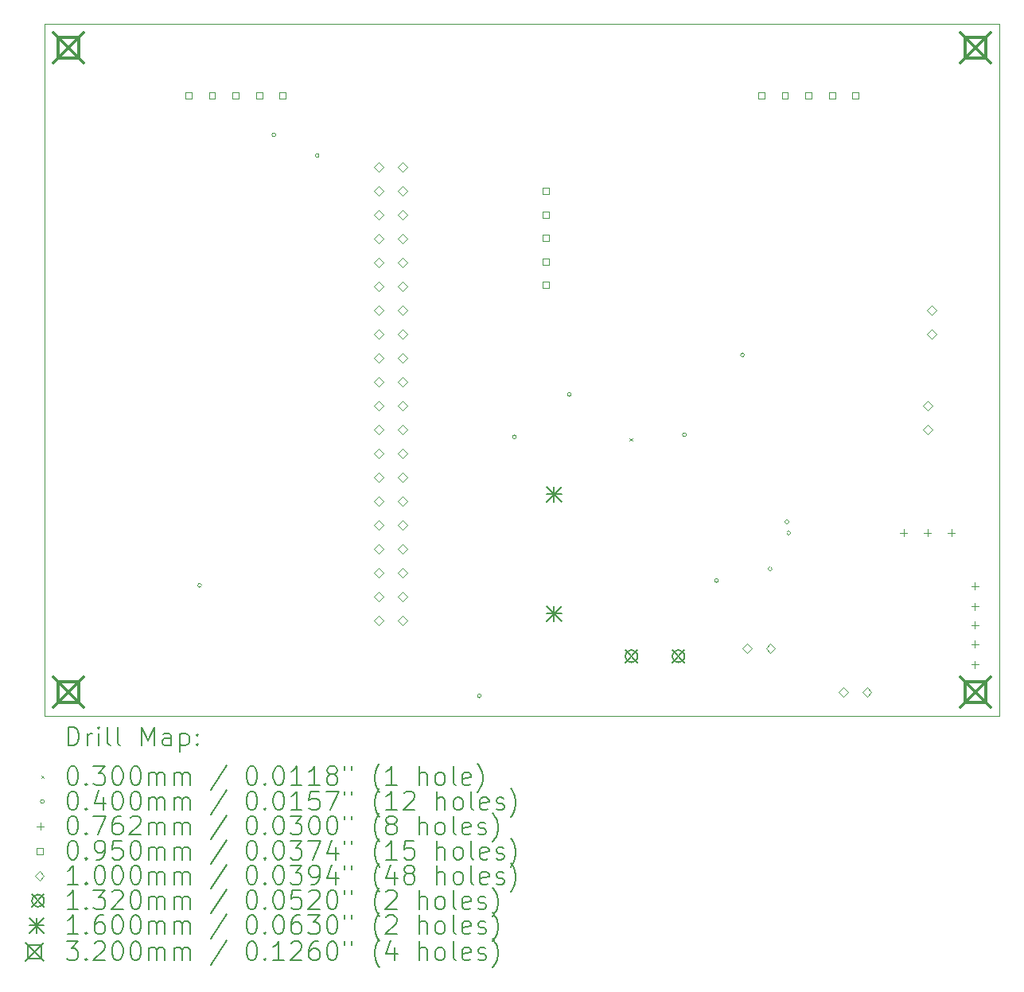
<source format=gbr>
%FSLAX45Y45*%
G04 Gerber Fmt 4.5, Leading zero omitted, Abs format (unit mm)*
G04 Created by KiCad (PCBNEW (6.0.6)) date 2022-07-05 22:31:07*
%MOMM*%
%LPD*%
G01*
G04 APERTURE LIST*
%TA.AperFunction,Profile*%
%ADD10C,0.100000*%
%TD*%
%ADD11C,0.200000*%
%ADD12C,0.030000*%
%ADD13C,0.040000*%
%ADD14C,0.076200*%
%ADD15C,0.095000*%
%ADD16C,0.100000*%
%ADD17C,0.132000*%
%ADD18C,0.160000*%
%ADD19C,0.320000*%
G04 APERTURE END LIST*
D10*
X7620000Y-5080000D02*
X17780000Y-5080000D01*
X17780000Y-5080000D02*
X17780000Y-12446000D01*
X17780000Y-12446000D02*
X7620000Y-12446000D01*
X7620000Y-12446000D02*
X7620000Y-5080000D01*
D11*
D12*
X13845000Y-9488050D02*
X13875000Y-9518050D01*
X13875000Y-9488050D02*
X13845000Y-9518050D01*
D13*
X9290000Y-11055000D02*
G75*
G03*
X9290000Y-11055000I-20000J0D01*
G01*
X10080000Y-6260000D02*
G75*
G03*
X10080000Y-6260000I-20000J0D01*
G01*
X10540000Y-6480000D02*
G75*
G03*
X10540000Y-6480000I-20000J0D01*
G01*
X12265000Y-12232000D02*
G75*
G03*
X12265000Y-12232000I-20000J0D01*
G01*
X12639000Y-9474000D02*
G75*
G03*
X12639000Y-9474000I-20000J0D01*
G01*
X13223000Y-9022000D02*
G75*
G03*
X13223000Y-9022000I-20000J0D01*
G01*
X14448000Y-9452000D02*
G75*
G03*
X14448000Y-9452000I-20000J0D01*
G01*
X14790000Y-11005000D02*
G75*
G03*
X14790000Y-11005000I-20000J0D01*
G01*
X15066000Y-8603000D02*
G75*
G03*
X15066000Y-8603000I-20000J0D01*
G01*
X15360000Y-10880000D02*
G75*
G03*
X15360000Y-10880000I-20000J0D01*
G01*
X15540000Y-10380000D02*
G75*
G03*
X15540000Y-10380000I-20000J0D01*
G01*
X15557500Y-10497500D02*
G75*
G03*
X15557500Y-10497500I-20000J0D01*
G01*
D14*
X16762000Y-10459400D02*
X16762000Y-10535600D01*
X16723900Y-10497500D02*
X16800100Y-10497500D01*
X17016000Y-10459400D02*
X17016000Y-10535600D01*
X16977900Y-10497500D02*
X17054100Y-10497500D01*
X17270000Y-10459400D02*
X17270000Y-10535600D01*
X17231900Y-10497500D02*
X17308100Y-10497500D01*
X17520000Y-11026900D02*
X17520000Y-11103100D01*
X17481900Y-11065000D02*
X17558100Y-11065000D01*
X17520000Y-11241900D02*
X17520000Y-11318100D01*
X17481900Y-11280000D02*
X17558100Y-11280000D01*
X17520000Y-11441900D02*
X17520000Y-11518100D01*
X17481900Y-11480000D02*
X17558100Y-11480000D01*
X17520000Y-11641900D02*
X17520000Y-11718100D01*
X17481900Y-11680000D02*
X17558100Y-11680000D01*
X17520000Y-11856900D02*
X17520000Y-11933100D01*
X17481900Y-11895000D02*
X17558100Y-11895000D01*
D15*
X9185588Y-5874838D02*
X9185588Y-5807662D01*
X9118412Y-5807662D01*
X9118412Y-5874838D01*
X9185588Y-5874838D01*
X9435588Y-5874838D02*
X9435588Y-5807662D01*
X9368412Y-5807662D01*
X9368412Y-5874838D01*
X9435588Y-5874838D01*
X9685588Y-5874838D02*
X9685588Y-5807662D01*
X9618412Y-5807662D01*
X9618412Y-5874838D01*
X9685588Y-5874838D01*
X9935588Y-5874838D02*
X9935588Y-5807662D01*
X9868412Y-5807662D01*
X9868412Y-5874838D01*
X9935588Y-5874838D01*
X10185588Y-5874838D02*
X10185588Y-5807662D01*
X10118412Y-5807662D01*
X10118412Y-5874838D01*
X10185588Y-5874838D01*
X12987588Y-6891588D02*
X12987588Y-6824412D01*
X12920412Y-6824412D01*
X12920412Y-6891588D01*
X12987588Y-6891588D01*
X12987588Y-7141588D02*
X12987588Y-7074412D01*
X12920412Y-7074412D01*
X12920412Y-7141588D01*
X12987588Y-7141588D01*
X12987588Y-7391588D02*
X12987588Y-7324412D01*
X12920412Y-7324412D01*
X12920412Y-7391588D01*
X12987588Y-7391588D01*
X12987588Y-7641588D02*
X12987588Y-7574412D01*
X12920412Y-7574412D01*
X12920412Y-7641588D01*
X12987588Y-7641588D01*
X12987588Y-7891588D02*
X12987588Y-7824412D01*
X12920412Y-7824412D01*
X12920412Y-7891588D01*
X12987588Y-7891588D01*
X15281588Y-5874838D02*
X15281588Y-5807662D01*
X15214412Y-5807662D01*
X15214412Y-5874838D01*
X15281588Y-5874838D01*
X15531588Y-5874838D02*
X15531588Y-5807662D01*
X15464412Y-5807662D01*
X15464412Y-5874838D01*
X15531588Y-5874838D01*
X15781588Y-5874838D02*
X15781588Y-5807662D01*
X15714412Y-5807662D01*
X15714412Y-5874838D01*
X15781588Y-5874838D01*
X16031588Y-5874838D02*
X16031588Y-5807662D01*
X15964412Y-5807662D01*
X15964412Y-5874838D01*
X16031588Y-5874838D01*
X16281588Y-5874838D02*
X16281588Y-5807662D01*
X16214412Y-5807662D01*
X16214412Y-5874838D01*
X16281588Y-5874838D01*
D16*
X11176000Y-6654000D02*
X11226000Y-6604000D01*
X11176000Y-6554000D01*
X11126000Y-6604000D01*
X11176000Y-6654000D01*
X11176000Y-6908000D02*
X11226000Y-6858000D01*
X11176000Y-6808000D01*
X11126000Y-6858000D01*
X11176000Y-6908000D01*
X11176000Y-7162000D02*
X11226000Y-7112000D01*
X11176000Y-7062000D01*
X11126000Y-7112000D01*
X11176000Y-7162000D01*
X11176000Y-7416000D02*
X11226000Y-7366000D01*
X11176000Y-7316000D01*
X11126000Y-7366000D01*
X11176000Y-7416000D01*
X11176000Y-7670000D02*
X11226000Y-7620000D01*
X11176000Y-7570000D01*
X11126000Y-7620000D01*
X11176000Y-7670000D01*
X11176000Y-7924000D02*
X11226000Y-7874000D01*
X11176000Y-7824000D01*
X11126000Y-7874000D01*
X11176000Y-7924000D01*
X11176000Y-8178000D02*
X11226000Y-8128000D01*
X11176000Y-8078000D01*
X11126000Y-8128000D01*
X11176000Y-8178000D01*
X11176000Y-8432000D02*
X11226000Y-8382000D01*
X11176000Y-8332000D01*
X11126000Y-8382000D01*
X11176000Y-8432000D01*
X11176000Y-8686000D02*
X11226000Y-8636000D01*
X11176000Y-8586000D01*
X11126000Y-8636000D01*
X11176000Y-8686000D01*
X11176000Y-8940000D02*
X11226000Y-8890000D01*
X11176000Y-8840000D01*
X11126000Y-8890000D01*
X11176000Y-8940000D01*
X11176000Y-9194000D02*
X11226000Y-9144000D01*
X11176000Y-9094000D01*
X11126000Y-9144000D01*
X11176000Y-9194000D01*
X11176000Y-9448000D02*
X11226000Y-9398000D01*
X11176000Y-9348000D01*
X11126000Y-9398000D01*
X11176000Y-9448000D01*
X11176000Y-9702000D02*
X11226000Y-9652000D01*
X11176000Y-9602000D01*
X11126000Y-9652000D01*
X11176000Y-9702000D01*
X11176000Y-9956000D02*
X11226000Y-9906000D01*
X11176000Y-9856000D01*
X11126000Y-9906000D01*
X11176000Y-9956000D01*
X11176000Y-10210000D02*
X11226000Y-10160000D01*
X11176000Y-10110000D01*
X11126000Y-10160000D01*
X11176000Y-10210000D01*
X11176000Y-10464000D02*
X11226000Y-10414000D01*
X11176000Y-10364000D01*
X11126000Y-10414000D01*
X11176000Y-10464000D01*
X11176000Y-10718000D02*
X11226000Y-10668000D01*
X11176000Y-10618000D01*
X11126000Y-10668000D01*
X11176000Y-10718000D01*
X11176000Y-10972000D02*
X11226000Y-10922000D01*
X11176000Y-10872000D01*
X11126000Y-10922000D01*
X11176000Y-10972000D01*
X11176000Y-11226000D02*
X11226000Y-11176000D01*
X11176000Y-11126000D01*
X11126000Y-11176000D01*
X11176000Y-11226000D01*
X11176000Y-11480000D02*
X11226000Y-11430000D01*
X11176000Y-11380000D01*
X11126000Y-11430000D01*
X11176000Y-11480000D01*
X11430000Y-6654000D02*
X11480000Y-6604000D01*
X11430000Y-6554000D01*
X11380000Y-6604000D01*
X11430000Y-6654000D01*
X11430000Y-6908000D02*
X11480000Y-6858000D01*
X11430000Y-6808000D01*
X11380000Y-6858000D01*
X11430000Y-6908000D01*
X11430000Y-7162000D02*
X11480000Y-7112000D01*
X11430000Y-7062000D01*
X11380000Y-7112000D01*
X11430000Y-7162000D01*
X11430000Y-7416000D02*
X11480000Y-7366000D01*
X11430000Y-7316000D01*
X11380000Y-7366000D01*
X11430000Y-7416000D01*
X11430000Y-7670000D02*
X11480000Y-7620000D01*
X11430000Y-7570000D01*
X11380000Y-7620000D01*
X11430000Y-7670000D01*
X11430000Y-7924000D02*
X11480000Y-7874000D01*
X11430000Y-7824000D01*
X11380000Y-7874000D01*
X11430000Y-7924000D01*
X11430000Y-8178000D02*
X11480000Y-8128000D01*
X11430000Y-8078000D01*
X11380000Y-8128000D01*
X11430000Y-8178000D01*
X11430000Y-8432000D02*
X11480000Y-8382000D01*
X11430000Y-8332000D01*
X11380000Y-8382000D01*
X11430000Y-8432000D01*
X11430000Y-8686000D02*
X11480000Y-8636000D01*
X11430000Y-8586000D01*
X11380000Y-8636000D01*
X11430000Y-8686000D01*
X11430000Y-8940000D02*
X11480000Y-8890000D01*
X11430000Y-8840000D01*
X11380000Y-8890000D01*
X11430000Y-8940000D01*
X11430000Y-9194000D02*
X11480000Y-9144000D01*
X11430000Y-9094000D01*
X11380000Y-9144000D01*
X11430000Y-9194000D01*
X11430000Y-9448000D02*
X11480000Y-9398000D01*
X11430000Y-9348000D01*
X11380000Y-9398000D01*
X11430000Y-9448000D01*
X11430000Y-9702000D02*
X11480000Y-9652000D01*
X11430000Y-9602000D01*
X11380000Y-9652000D01*
X11430000Y-9702000D01*
X11430000Y-9956000D02*
X11480000Y-9906000D01*
X11430000Y-9856000D01*
X11380000Y-9906000D01*
X11430000Y-9956000D01*
X11430000Y-10210000D02*
X11480000Y-10160000D01*
X11430000Y-10110000D01*
X11380000Y-10160000D01*
X11430000Y-10210000D01*
X11430000Y-10464000D02*
X11480000Y-10414000D01*
X11430000Y-10364000D01*
X11380000Y-10414000D01*
X11430000Y-10464000D01*
X11430000Y-10718000D02*
X11480000Y-10668000D01*
X11430000Y-10618000D01*
X11380000Y-10668000D01*
X11430000Y-10718000D01*
X11430000Y-10972000D02*
X11480000Y-10922000D01*
X11430000Y-10872000D01*
X11380000Y-10922000D01*
X11430000Y-10972000D01*
X11430000Y-11226000D02*
X11480000Y-11176000D01*
X11430000Y-11126000D01*
X11380000Y-11176000D01*
X11430000Y-11226000D01*
X11430000Y-11480000D02*
X11480000Y-11430000D01*
X11430000Y-11380000D01*
X11380000Y-11430000D01*
X11430000Y-11480000D01*
X15095000Y-11776750D02*
X15145000Y-11726750D01*
X15095000Y-11676750D01*
X15045000Y-11726750D01*
X15095000Y-11776750D01*
X15345000Y-11776750D02*
X15395000Y-11726750D01*
X15345000Y-11676750D01*
X15295000Y-11726750D01*
X15345000Y-11776750D01*
X16120000Y-12242000D02*
X16170000Y-12192000D01*
X16120000Y-12142000D01*
X16070000Y-12192000D01*
X16120000Y-12242000D01*
X16370000Y-12242000D02*
X16420000Y-12192000D01*
X16370000Y-12142000D01*
X16320000Y-12192000D01*
X16370000Y-12242000D01*
X17018000Y-9194000D02*
X17068000Y-9144000D01*
X17018000Y-9094000D01*
X16968000Y-9144000D01*
X17018000Y-9194000D01*
X17018000Y-9444000D02*
X17068000Y-9394000D01*
X17018000Y-9344000D01*
X16968000Y-9394000D01*
X17018000Y-9444000D01*
X17063000Y-8178000D02*
X17113000Y-8128000D01*
X17063000Y-8078000D01*
X17013000Y-8128000D01*
X17063000Y-8178000D01*
X17063000Y-8428000D02*
X17113000Y-8378000D01*
X17063000Y-8328000D01*
X17013000Y-8378000D01*
X17063000Y-8428000D01*
D17*
X13797500Y-11743000D02*
X13929500Y-11875000D01*
X13929500Y-11743000D02*
X13797500Y-11875000D01*
X13929500Y-11809000D02*
G75*
G03*
X13929500Y-11809000I-66000J0D01*
G01*
X14297500Y-11743000D02*
X14429500Y-11875000D01*
X14429500Y-11743000D02*
X14297500Y-11875000D01*
X14429500Y-11809000D02*
G75*
G03*
X14429500Y-11809000I-66000J0D01*
G01*
D18*
X12960000Y-10005000D02*
X13120000Y-10165000D01*
X13120000Y-10005000D02*
X12960000Y-10165000D01*
X13040000Y-10005000D02*
X13040000Y-10165000D01*
X12960000Y-10085000D02*
X13120000Y-10085000D01*
X12960000Y-11275000D02*
X13120000Y-11435000D01*
X13120000Y-11275000D02*
X12960000Y-11435000D01*
X13040000Y-11275000D02*
X13040000Y-11435000D01*
X12960000Y-11355000D02*
X13120000Y-11355000D01*
D19*
X7714000Y-5174000D02*
X8034000Y-5494000D01*
X8034000Y-5174000D02*
X7714000Y-5494000D01*
X7987138Y-5447138D02*
X7987138Y-5220862D01*
X7760862Y-5220862D01*
X7760862Y-5447138D01*
X7987138Y-5447138D01*
X7714000Y-12032000D02*
X8034000Y-12352000D01*
X8034000Y-12032000D02*
X7714000Y-12352000D01*
X7987138Y-12305138D02*
X7987138Y-12078862D01*
X7760862Y-12078862D01*
X7760862Y-12305138D01*
X7987138Y-12305138D01*
X17366000Y-5174000D02*
X17686000Y-5494000D01*
X17686000Y-5174000D02*
X17366000Y-5494000D01*
X17639138Y-5447138D02*
X17639138Y-5220862D01*
X17412862Y-5220862D01*
X17412862Y-5447138D01*
X17639138Y-5447138D01*
X17366000Y-12032000D02*
X17686000Y-12352000D01*
X17686000Y-12032000D02*
X17366000Y-12352000D01*
X17639138Y-12305138D02*
X17639138Y-12078862D01*
X17412862Y-12078862D01*
X17412862Y-12305138D01*
X17639138Y-12305138D01*
D11*
X7872619Y-12761476D02*
X7872619Y-12561476D01*
X7920238Y-12561476D01*
X7948809Y-12571000D01*
X7967857Y-12590048D01*
X7977381Y-12609095D01*
X7986905Y-12647190D01*
X7986905Y-12675762D01*
X7977381Y-12713857D01*
X7967857Y-12732905D01*
X7948809Y-12751952D01*
X7920238Y-12761476D01*
X7872619Y-12761476D01*
X8072619Y-12761476D02*
X8072619Y-12628143D01*
X8072619Y-12666238D02*
X8082143Y-12647190D01*
X8091667Y-12637667D01*
X8110714Y-12628143D01*
X8129762Y-12628143D01*
X8196428Y-12761476D02*
X8196428Y-12628143D01*
X8196428Y-12561476D02*
X8186905Y-12571000D01*
X8196428Y-12580524D01*
X8205952Y-12571000D01*
X8196428Y-12561476D01*
X8196428Y-12580524D01*
X8320238Y-12761476D02*
X8301190Y-12751952D01*
X8291667Y-12732905D01*
X8291667Y-12561476D01*
X8425000Y-12761476D02*
X8405952Y-12751952D01*
X8396429Y-12732905D01*
X8396429Y-12561476D01*
X8653571Y-12761476D02*
X8653571Y-12561476D01*
X8720238Y-12704333D01*
X8786905Y-12561476D01*
X8786905Y-12761476D01*
X8967857Y-12761476D02*
X8967857Y-12656714D01*
X8958333Y-12637667D01*
X8939286Y-12628143D01*
X8901190Y-12628143D01*
X8882143Y-12637667D01*
X8967857Y-12751952D02*
X8948810Y-12761476D01*
X8901190Y-12761476D01*
X8882143Y-12751952D01*
X8872619Y-12732905D01*
X8872619Y-12713857D01*
X8882143Y-12694809D01*
X8901190Y-12685286D01*
X8948810Y-12685286D01*
X8967857Y-12675762D01*
X9063095Y-12628143D02*
X9063095Y-12828143D01*
X9063095Y-12637667D02*
X9082143Y-12628143D01*
X9120238Y-12628143D01*
X9139286Y-12637667D01*
X9148810Y-12647190D01*
X9158333Y-12666238D01*
X9158333Y-12723381D01*
X9148810Y-12742428D01*
X9139286Y-12751952D01*
X9120238Y-12761476D01*
X9082143Y-12761476D01*
X9063095Y-12751952D01*
X9244048Y-12742428D02*
X9253571Y-12751952D01*
X9244048Y-12761476D01*
X9234524Y-12751952D01*
X9244048Y-12742428D01*
X9244048Y-12761476D01*
X9244048Y-12637667D02*
X9253571Y-12647190D01*
X9244048Y-12656714D01*
X9234524Y-12647190D01*
X9244048Y-12637667D01*
X9244048Y-12656714D01*
D12*
X7585000Y-13076000D02*
X7615000Y-13106000D01*
X7615000Y-13076000D02*
X7585000Y-13106000D01*
D11*
X7910714Y-12981476D02*
X7929762Y-12981476D01*
X7948809Y-12991000D01*
X7958333Y-13000524D01*
X7967857Y-13019571D01*
X7977381Y-13057667D01*
X7977381Y-13105286D01*
X7967857Y-13143381D01*
X7958333Y-13162428D01*
X7948809Y-13171952D01*
X7929762Y-13181476D01*
X7910714Y-13181476D01*
X7891667Y-13171952D01*
X7882143Y-13162428D01*
X7872619Y-13143381D01*
X7863095Y-13105286D01*
X7863095Y-13057667D01*
X7872619Y-13019571D01*
X7882143Y-13000524D01*
X7891667Y-12991000D01*
X7910714Y-12981476D01*
X8063095Y-13162428D02*
X8072619Y-13171952D01*
X8063095Y-13181476D01*
X8053571Y-13171952D01*
X8063095Y-13162428D01*
X8063095Y-13181476D01*
X8139286Y-12981476D02*
X8263095Y-12981476D01*
X8196428Y-13057667D01*
X8225000Y-13057667D01*
X8244048Y-13067190D01*
X8253571Y-13076714D01*
X8263095Y-13095762D01*
X8263095Y-13143381D01*
X8253571Y-13162428D01*
X8244048Y-13171952D01*
X8225000Y-13181476D01*
X8167857Y-13181476D01*
X8148809Y-13171952D01*
X8139286Y-13162428D01*
X8386905Y-12981476D02*
X8405952Y-12981476D01*
X8425000Y-12991000D01*
X8434524Y-13000524D01*
X8444048Y-13019571D01*
X8453571Y-13057667D01*
X8453571Y-13105286D01*
X8444048Y-13143381D01*
X8434524Y-13162428D01*
X8425000Y-13171952D01*
X8405952Y-13181476D01*
X8386905Y-13181476D01*
X8367857Y-13171952D01*
X8358333Y-13162428D01*
X8348809Y-13143381D01*
X8339286Y-13105286D01*
X8339286Y-13057667D01*
X8348809Y-13019571D01*
X8358333Y-13000524D01*
X8367857Y-12991000D01*
X8386905Y-12981476D01*
X8577381Y-12981476D02*
X8596429Y-12981476D01*
X8615476Y-12991000D01*
X8625000Y-13000524D01*
X8634524Y-13019571D01*
X8644048Y-13057667D01*
X8644048Y-13105286D01*
X8634524Y-13143381D01*
X8625000Y-13162428D01*
X8615476Y-13171952D01*
X8596429Y-13181476D01*
X8577381Y-13181476D01*
X8558333Y-13171952D01*
X8548810Y-13162428D01*
X8539286Y-13143381D01*
X8529762Y-13105286D01*
X8529762Y-13057667D01*
X8539286Y-13019571D01*
X8548810Y-13000524D01*
X8558333Y-12991000D01*
X8577381Y-12981476D01*
X8729762Y-13181476D02*
X8729762Y-13048143D01*
X8729762Y-13067190D02*
X8739286Y-13057667D01*
X8758333Y-13048143D01*
X8786905Y-13048143D01*
X8805952Y-13057667D01*
X8815476Y-13076714D01*
X8815476Y-13181476D01*
X8815476Y-13076714D02*
X8825000Y-13057667D01*
X8844048Y-13048143D01*
X8872619Y-13048143D01*
X8891667Y-13057667D01*
X8901190Y-13076714D01*
X8901190Y-13181476D01*
X8996429Y-13181476D02*
X8996429Y-13048143D01*
X8996429Y-13067190D02*
X9005952Y-13057667D01*
X9025000Y-13048143D01*
X9053571Y-13048143D01*
X9072619Y-13057667D01*
X9082143Y-13076714D01*
X9082143Y-13181476D01*
X9082143Y-13076714D02*
X9091667Y-13057667D01*
X9110714Y-13048143D01*
X9139286Y-13048143D01*
X9158333Y-13057667D01*
X9167857Y-13076714D01*
X9167857Y-13181476D01*
X9558333Y-12971952D02*
X9386905Y-13229095D01*
X9815476Y-12981476D02*
X9834524Y-12981476D01*
X9853571Y-12991000D01*
X9863095Y-13000524D01*
X9872619Y-13019571D01*
X9882143Y-13057667D01*
X9882143Y-13105286D01*
X9872619Y-13143381D01*
X9863095Y-13162428D01*
X9853571Y-13171952D01*
X9834524Y-13181476D01*
X9815476Y-13181476D01*
X9796429Y-13171952D01*
X9786905Y-13162428D01*
X9777381Y-13143381D01*
X9767857Y-13105286D01*
X9767857Y-13057667D01*
X9777381Y-13019571D01*
X9786905Y-13000524D01*
X9796429Y-12991000D01*
X9815476Y-12981476D01*
X9967857Y-13162428D02*
X9977381Y-13171952D01*
X9967857Y-13181476D01*
X9958333Y-13171952D01*
X9967857Y-13162428D01*
X9967857Y-13181476D01*
X10101190Y-12981476D02*
X10120238Y-12981476D01*
X10139286Y-12991000D01*
X10148810Y-13000524D01*
X10158333Y-13019571D01*
X10167857Y-13057667D01*
X10167857Y-13105286D01*
X10158333Y-13143381D01*
X10148810Y-13162428D01*
X10139286Y-13171952D01*
X10120238Y-13181476D01*
X10101190Y-13181476D01*
X10082143Y-13171952D01*
X10072619Y-13162428D01*
X10063095Y-13143381D01*
X10053571Y-13105286D01*
X10053571Y-13057667D01*
X10063095Y-13019571D01*
X10072619Y-13000524D01*
X10082143Y-12991000D01*
X10101190Y-12981476D01*
X10358333Y-13181476D02*
X10244048Y-13181476D01*
X10301190Y-13181476D02*
X10301190Y-12981476D01*
X10282143Y-13010048D01*
X10263095Y-13029095D01*
X10244048Y-13038619D01*
X10548810Y-13181476D02*
X10434524Y-13181476D01*
X10491667Y-13181476D02*
X10491667Y-12981476D01*
X10472619Y-13010048D01*
X10453571Y-13029095D01*
X10434524Y-13038619D01*
X10663095Y-13067190D02*
X10644048Y-13057667D01*
X10634524Y-13048143D01*
X10625000Y-13029095D01*
X10625000Y-13019571D01*
X10634524Y-13000524D01*
X10644048Y-12991000D01*
X10663095Y-12981476D01*
X10701190Y-12981476D01*
X10720238Y-12991000D01*
X10729762Y-13000524D01*
X10739286Y-13019571D01*
X10739286Y-13029095D01*
X10729762Y-13048143D01*
X10720238Y-13057667D01*
X10701190Y-13067190D01*
X10663095Y-13067190D01*
X10644048Y-13076714D01*
X10634524Y-13086238D01*
X10625000Y-13105286D01*
X10625000Y-13143381D01*
X10634524Y-13162428D01*
X10644048Y-13171952D01*
X10663095Y-13181476D01*
X10701190Y-13181476D01*
X10720238Y-13171952D01*
X10729762Y-13162428D01*
X10739286Y-13143381D01*
X10739286Y-13105286D01*
X10729762Y-13086238D01*
X10720238Y-13076714D01*
X10701190Y-13067190D01*
X10815476Y-12981476D02*
X10815476Y-13019571D01*
X10891667Y-12981476D02*
X10891667Y-13019571D01*
X11186905Y-13257667D02*
X11177381Y-13248143D01*
X11158333Y-13219571D01*
X11148810Y-13200524D01*
X11139286Y-13171952D01*
X11129762Y-13124333D01*
X11129762Y-13086238D01*
X11139286Y-13038619D01*
X11148810Y-13010048D01*
X11158333Y-12991000D01*
X11177381Y-12962428D01*
X11186905Y-12952905D01*
X11367857Y-13181476D02*
X11253571Y-13181476D01*
X11310714Y-13181476D02*
X11310714Y-12981476D01*
X11291667Y-13010048D01*
X11272619Y-13029095D01*
X11253571Y-13038619D01*
X11605952Y-13181476D02*
X11605952Y-12981476D01*
X11691667Y-13181476D02*
X11691667Y-13076714D01*
X11682143Y-13057667D01*
X11663095Y-13048143D01*
X11634524Y-13048143D01*
X11615476Y-13057667D01*
X11605952Y-13067190D01*
X11815476Y-13181476D02*
X11796428Y-13171952D01*
X11786905Y-13162428D01*
X11777381Y-13143381D01*
X11777381Y-13086238D01*
X11786905Y-13067190D01*
X11796428Y-13057667D01*
X11815476Y-13048143D01*
X11844048Y-13048143D01*
X11863095Y-13057667D01*
X11872619Y-13067190D01*
X11882143Y-13086238D01*
X11882143Y-13143381D01*
X11872619Y-13162428D01*
X11863095Y-13171952D01*
X11844048Y-13181476D01*
X11815476Y-13181476D01*
X11996428Y-13181476D02*
X11977381Y-13171952D01*
X11967857Y-13152905D01*
X11967857Y-12981476D01*
X12148809Y-13171952D02*
X12129762Y-13181476D01*
X12091667Y-13181476D01*
X12072619Y-13171952D01*
X12063095Y-13152905D01*
X12063095Y-13076714D01*
X12072619Y-13057667D01*
X12091667Y-13048143D01*
X12129762Y-13048143D01*
X12148809Y-13057667D01*
X12158333Y-13076714D01*
X12158333Y-13095762D01*
X12063095Y-13114809D01*
X12225000Y-13257667D02*
X12234524Y-13248143D01*
X12253571Y-13219571D01*
X12263095Y-13200524D01*
X12272619Y-13171952D01*
X12282143Y-13124333D01*
X12282143Y-13086238D01*
X12272619Y-13038619D01*
X12263095Y-13010048D01*
X12253571Y-12991000D01*
X12234524Y-12962428D01*
X12225000Y-12952905D01*
D13*
X7615000Y-13355000D02*
G75*
G03*
X7615000Y-13355000I-20000J0D01*
G01*
D11*
X7910714Y-13245476D02*
X7929762Y-13245476D01*
X7948809Y-13255000D01*
X7958333Y-13264524D01*
X7967857Y-13283571D01*
X7977381Y-13321667D01*
X7977381Y-13369286D01*
X7967857Y-13407381D01*
X7958333Y-13426428D01*
X7948809Y-13435952D01*
X7929762Y-13445476D01*
X7910714Y-13445476D01*
X7891667Y-13435952D01*
X7882143Y-13426428D01*
X7872619Y-13407381D01*
X7863095Y-13369286D01*
X7863095Y-13321667D01*
X7872619Y-13283571D01*
X7882143Y-13264524D01*
X7891667Y-13255000D01*
X7910714Y-13245476D01*
X8063095Y-13426428D02*
X8072619Y-13435952D01*
X8063095Y-13445476D01*
X8053571Y-13435952D01*
X8063095Y-13426428D01*
X8063095Y-13445476D01*
X8244048Y-13312143D02*
X8244048Y-13445476D01*
X8196428Y-13235952D02*
X8148809Y-13378809D01*
X8272619Y-13378809D01*
X8386905Y-13245476D02*
X8405952Y-13245476D01*
X8425000Y-13255000D01*
X8434524Y-13264524D01*
X8444048Y-13283571D01*
X8453571Y-13321667D01*
X8453571Y-13369286D01*
X8444048Y-13407381D01*
X8434524Y-13426428D01*
X8425000Y-13435952D01*
X8405952Y-13445476D01*
X8386905Y-13445476D01*
X8367857Y-13435952D01*
X8358333Y-13426428D01*
X8348809Y-13407381D01*
X8339286Y-13369286D01*
X8339286Y-13321667D01*
X8348809Y-13283571D01*
X8358333Y-13264524D01*
X8367857Y-13255000D01*
X8386905Y-13245476D01*
X8577381Y-13245476D02*
X8596429Y-13245476D01*
X8615476Y-13255000D01*
X8625000Y-13264524D01*
X8634524Y-13283571D01*
X8644048Y-13321667D01*
X8644048Y-13369286D01*
X8634524Y-13407381D01*
X8625000Y-13426428D01*
X8615476Y-13435952D01*
X8596429Y-13445476D01*
X8577381Y-13445476D01*
X8558333Y-13435952D01*
X8548810Y-13426428D01*
X8539286Y-13407381D01*
X8529762Y-13369286D01*
X8529762Y-13321667D01*
X8539286Y-13283571D01*
X8548810Y-13264524D01*
X8558333Y-13255000D01*
X8577381Y-13245476D01*
X8729762Y-13445476D02*
X8729762Y-13312143D01*
X8729762Y-13331190D02*
X8739286Y-13321667D01*
X8758333Y-13312143D01*
X8786905Y-13312143D01*
X8805952Y-13321667D01*
X8815476Y-13340714D01*
X8815476Y-13445476D01*
X8815476Y-13340714D02*
X8825000Y-13321667D01*
X8844048Y-13312143D01*
X8872619Y-13312143D01*
X8891667Y-13321667D01*
X8901190Y-13340714D01*
X8901190Y-13445476D01*
X8996429Y-13445476D02*
X8996429Y-13312143D01*
X8996429Y-13331190D02*
X9005952Y-13321667D01*
X9025000Y-13312143D01*
X9053571Y-13312143D01*
X9072619Y-13321667D01*
X9082143Y-13340714D01*
X9082143Y-13445476D01*
X9082143Y-13340714D02*
X9091667Y-13321667D01*
X9110714Y-13312143D01*
X9139286Y-13312143D01*
X9158333Y-13321667D01*
X9167857Y-13340714D01*
X9167857Y-13445476D01*
X9558333Y-13235952D02*
X9386905Y-13493095D01*
X9815476Y-13245476D02*
X9834524Y-13245476D01*
X9853571Y-13255000D01*
X9863095Y-13264524D01*
X9872619Y-13283571D01*
X9882143Y-13321667D01*
X9882143Y-13369286D01*
X9872619Y-13407381D01*
X9863095Y-13426428D01*
X9853571Y-13435952D01*
X9834524Y-13445476D01*
X9815476Y-13445476D01*
X9796429Y-13435952D01*
X9786905Y-13426428D01*
X9777381Y-13407381D01*
X9767857Y-13369286D01*
X9767857Y-13321667D01*
X9777381Y-13283571D01*
X9786905Y-13264524D01*
X9796429Y-13255000D01*
X9815476Y-13245476D01*
X9967857Y-13426428D02*
X9977381Y-13435952D01*
X9967857Y-13445476D01*
X9958333Y-13435952D01*
X9967857Y-13426428D01*
X9967857Y-13445476D01*
X10101190Y-13245476D02*
X10120238Y-13245476D01*
X10139286Y-13255000D01*
X10148810Y-13264524D01*
X10158333Y-13283571D01*
X10167857Y-13321667D01*
X10167857Y-13369286D01*
X10158333Y-13407381D01*
X10148810Y-13426428D01*
X10139286Y-13435952D01*
X10120238Y-13445476D01*
X10101190Y-13445476D01*
X10082143Y-13435952D01*
X10072619Y-13426428D01*
X10063095Y-13407381D01*
X10053571Y-13369286D01*
X10053571Y-13321667D01*
X10063095Y-13283571D01*
X10072619Y-13264524D01*
X10082143Y-13255000D01*
X10101190Y-13245476D01*
X10358333Y-13445476D02*
X10244048Y-13445476D01*
X10301190Y-13445476D02*
X10301190Y-13245476D01*
X10282143Y-13274048D01*
X10263095Y-13293095D01*
X10244048Y-13302619D01*
X10539286Y-13245476D02*
X10444048Y-13245476D01*
X10434524Y-13340714D01*
X10444048Y-13331190D01*
X10463095Y-13321667D01*
X10510714Y-13321667D01*
X10529762Y-13331190D01*
X10539286Y-13340714D01*
X10548810Y-13359762D01*
X10548810Y-13407381D01*
X10539286Y-13426428D01*
X10529762Y-13435952D01*
X10510714Y-13445476D01*
X10463095Y-13445476D01*
X10444048Y-13435952D01*
X10434524Y-13426428D01*
X10615476Y-13245476D02*
X10748810Y-13245476D01*
X10663095Y-13445476D01*
X10815476Y-13245476D02*
X10815476Y-13283571D01*
X10891667Y-13245476D02*
X10891667Y-13283571D01*
X11186905Y-13521667D02*
X11177381Y-13512143D01*
X11158333Y-13483571D01*
X11148810Y-13464524D01*
X11139286Y-13435952D01*
X11129762Y-13388333D01*
X11129762Y-13350238D01*
X11139286Y-13302619D01*
X11148810Y-13274048D01*
X11158333Y-13255000D01*
X11177381Y-13226428D01*
X11186905Y-13216905D01*
X11367857Y-13445476D02*
X11253571Y-13445476D01*
X11310714Y-13445476D02*
X11310714Y-13245476D01*
X11291667Y-13274048D01*
X11272619Y-13293095D01*
X11253571Y-13302619D01*
X11444048Y-13264524D02*
X11453571Y-13255000D01*
X11472619Y-13245476D01*
X11520238Y-13245476D01*
X11539286Y-13255000D01*
X11548809Y-13264524D01*
X11558333Y-13283571D01*
X11558333Y-13302619D01*
X11548809Y-13331190D01*
X11434524Y-13445476D01*
X11558333Y-13445476D01*
X11796428Y-13445476D02*
X11796428Y-13245476D01*
X11882143Y-13445476D02*
X11882143Y-13340714D01*
X11872619Y-13321667D01*
X11853571Y-13312143D01*
X11825000Y-13312143D01*
X11805952Y-13321667D01*
X11796428Y-13331190D01*
X12005952Y-13445476D02*
X11986905Y-13435952D01*
X11977381Y-13426428D01*
X11967857Y-13407381D01*
X11967857Y-13350238D01*
X11977381Y-13331190D01*
X11986905Y-13321667D01*
X12005952Y-13312143D01*
X12034524Y-13312143D01*
X12053571Y-13321667D01*
X12063095Y-13331190D01*
X12072619Y-13350238D01*
X12072619Y-13407381D01*
X12063095Y-13426428D01*
X12053571Y-13435952D01*
X12034524Y-13445476D01*
X12005952Y-13445476D01*
X12186905Y-13445476D02*
X12167857Y-13435952D01*
X12158333Y-13416905D01*
X12158333Y-13245476D01*
X12339286Y-13435952D02*
X12320238Y-13445476D01*
X12282143Y-13445476D01*
X12263095Y-13435952D01*
X12253571Y-13416905D01*
X12253571Y-13340714D01*
X12263095Y-13321667D01*
X12282143Y-13312143D01*
X12320238Y-13312143D01*
X12339286Y-13321667D01*
X12348809Y-13340714D01*
X12348809Y-13359762D01*
X12253571Y-13378809D01*
X12425000Y-13435952D02*
X12444048Y-13445476D01*
X12482143Y-13445476D01*
X12501190Y-13435952D01*
X12510714Y-13416905D01*
X12510714Y-13407381D01*
X12501190Y-13388333D01*
X12482143Y-13378809D01*
X12453571Y-13378809D01*
X12434524Y-13369286D01*
X12425000Y-13350238D01*
X12425000Y-13340714D01*
X12434524Y-13321667D01*
X12453571Y-13312143D01*
X12482143Y-13312143D01*
X12501190Y-13321667D01*
X12577381Y-13521667D02*
X12586905Y-13512143D01*
X12605952Y-13483571D01*
X12615476Y-13464524D01*
X12625000Y-13435952D01*
X12634524Y-13388333D01*
X12634524Y-13350238D01*
X12625000Y-13302619D01*
X12615476Y-13274048D01*
X12605952Y-13255000D01*
X12586905Y-13226428D01*
X12577381Y-13216905D01*
D14*
X7576900Y-13580900D02*
X7576900Y-13657100D01*
X7538800Y-13619000D02*
X7615000Y-13619000D01*
D11*
X7910714Y-13509476D02*
X7929762Y-13509476D01*
X7948809Y-13519000D01*
X7958333Y-13528524D01*
X7967857Y-13547571D01*
X7977381Y-13585667D01*
X7977381Y-13633286D01*
X7967857Y-13671381D01*
X7958333Y-13690428D01*
X7948809Y-13699952D01*
X7929762Y-13709476D01*
X7910714Y-13709476D01*
X7891667Y-13699952D01*
X7882143Y-13690428D01*
X7872619Y-13671381D01*
X7863095Y-13633286D01*
X7863095Y-13585667D01*
X7872619Y-13547571D01*
X7882143Y-13528524D01*
X7891667Y-13519000D01*
X7910714Y-13509476D01*
X8063095Y-13690428D02*
X8072619Y-13699952D01*
X8063095Y-13709476D01*
X8053571Y-13699952D01*
X8063095Y-13690428D01*
X8063095Y-13709476D01*
X8139286Y-13509476D02*
X8272619Y-13509476D01*
X8186905Y-13709476D01*
X8434524Y-13509476D02*
X8396429Y-13509476D01*
X8377381Y-13519000D01*
X8367857Y-13528524D01*
X8348809Y-13557095D01*
X8339286Y-13595190D01*
X8339286Y-13671381D01*
X8348809Y-13690428D01*
X8358333Y-13699952D01*
X8377381Y-13709476D01*
X8415476Y-13709476D01*
X8434524Y-13699952D01*
X8444048Y-13690428D01*
X8453571Y-13671381D01*
X8453571Y-13623762D01*
X8444048Y-13604714D01*
X8434524Y-13595190D01*
X8415476Y-13585667D01*
X8377381Y-13585667D01*
X8358333Y-13595190D01*
X8348809Y-13604714D01*
X8339286Y-13623762D01*
X8529762Y-13528524D02*
X8539286Y-13519000D01*
X8558333Y-13509476D01*
X8605952Y-13509476D01*
X8625000Y-13519000D01*
X8634524Y-13528524D01*
X8644048Y-13547571D01*
X8644048Y-13566619D01*
X8634524Y-13595190D01*
X8520238Y-13709476D01*
X8644048Y-13709476D01*
X8729762Y-13709476D02*
X8729762Y-13576143D01*
X8729762Y-13595190D02*
X8739286Y-13585667D01*
X8758333Y-13576143D01*
X8786905Y-13576143D01*
X8805952Y-13585667D01*
X8815476Y-13604714D01*
X8815476Y-13709476D01*
X8815476Y-13604714D02*
X8825000Y-13585667D01*
X8844048Y-13576143D01*
X8872619Y-13576143D01*
X8891667Y-13585667D01*
X8901190Y-13604714D01*
X8901190Y-13709476D01*
X8996429Y-13709476D02*
X8996429Y-13576143D01*
X8996429Y-13595190D02*
X9005952Y-13585667D01*
X9025000Y-13576143D01*
X9053571Y-13576143D01*
X9072619Y-13585667D01*
X9082143Y-13604714D01*
X9082143Y-13709476D01*
X9082143Y-13604714D02*
X9091667Y-13585667D01*
X9110714Y-13576143D01*
X9139286Y-13576143D01*
X9158333Y-13585667D01*
X9167857Y-13604714D01*
X9167857Y-13709476D01*
X9558333Y-13499952D02*
X9386905Y-13757095D01*
X9815476Y-13509476D02*
X9834524Y-13509476D01*
X9853571Y-13519000D01*
X9863095Y-13528524D01*
X9872619Y-13547571D01*
X9882143Y-13585667D01*
X9882143Y-13633286D01*
X9872619Y-13671381D01*
X9863095Y-13690428D01*
X9853571Y-13699952D01*
X9834524Y-13709476D01*
X9815476Y-13709476D01*
X9796429Y-13699952D01*
X9786905Y-13690428D01*
X9777381Y-13671381D01*
X9767857Y-13633286D01*
X9767857Y-13585667D01*
X9777381Y-13547571D01*
X9786905Y-13528524D01*
X9796429Y-13519000D01*
X9815476Y-13509476D01*
X9967857Y-13690428D02*
X9977381Y-13699952D01*
X9967857Y-13709476D01*
X9958333Y-13699952D01*
X9967857Y-13690428D01*
X9967857Y-13709476D01*
X10101190Y-13509476D02*
X10120238Y-13509476D01*
X10139286Y-13519000D01*
X10148810Y-13528524D01*
X10158333Y-13547571D01*
X10167857Y-13585667D01*
X10167857Y-13633286D01*
X10158333Y-13671381D01*
X10148810Y-13690428D01*
X10139286Y-13699952D01*
X10120238Y-13709476D01*
X10101190Y-13709476D01*
X10082143Y-13699952D01*
X10072619Y-13690428D01*
X10063095Y-13671381D01*
X10053571Y-13633286D01*
X10053571Y-13585667D01*
X10063095Y-13547571D01*
X10072619Y-13528524D01*
X10082143Y-13519000D01*
X10101190Y-13509476D01*
X10234524Y-13509476D02*
X10358333Y-13509476D01*
X10291667Y-13585667D01*
X10320238Y-13585667D01*
X10339286Y-13595190D01*
X10348810Y-13604714D01*
X10358333Y-13623762D01*
X10358333Y-13671381D01*
X10348810Y-13690428D01*
X10339286Y-13699952D01*
X10320238Y-13709476D01*
X10263095Y-13709476D01*
X10244048Y-13699952D01*
X10234524Y-13690428D01*
X10482143Y-13509476D02*
X10501190Y-13509476D01*
X10520238Y-13519000D01*
X10529762Y-13528524D01*
X10539286Y-13547571D01*
X10548810Y-13585667D01*
X10548810Y-13633286D01*
X10539286Y-13671381D01*
X10529762Y-13690428D01*
X10520238Y-13699952D01*
X10501190Y-13709476D01*
X10482143Y-13709476D01*
X10463095Y-13699952D01*
X10453571Y-13690428D01*
X10444048Y-13671381D01*
X10434524Y-13633286D01*
X10434524Y-13585667D01*
X10444048Y-13547571D01*
X10453571Y-13528524D01*
X10463095Y-13519000D01*
X10482143Y-13509476D01*
X10672619Y-13509476D02*
X10691667Y-13509476D01*
X10710714Y-13519000D01*
X10720238Y-13528524D01*
X10729762Y-13547571D01*
X10739286Y-13585667D01*
X10739286Y-13633286D01*
X10729762Y-13671381D01*
X10720238Y-13690428D01*
X10710714Y-13699952D01*
X10691667Y-13709476D01*
X10672619Y-13709476D01*
X10653571Y-13699952D01*
X10644048Y-13690428D01*
X10634524Y-13671381D01*
X10625000Y-13633286D01*
X10625000Y-13585667D01*
X10634524Y-13547571D01*
X10644048Y-13528524D01*
X10653571Y-13519000D01*
X10672619Y-13509476D01*
X10815476Y-13509476D02*
X10815476Y-13547571D01*
X10891667Y-13509476D02*
X10891667Y-13547571D01*
X11186905Y-13785667D02*
X11177381Y-13776143D01*
X11158333Y-13747571D01*
X11148810Y-13728524D01*
X11139286Y-13699952D01*
X11129762Y-13652333D01*
X11129762Y-13614238D01*
X11139286Y-13566619D01*
X11148810Y-13538048D01*
X11158333Y-13519000D01*
X11177381Y-13490428D01*
X11186905Y-13480905D01*
X11291667Y-13595190D02*
X11272619Y-13585667D01*
X11263095Y-13576143D01*
X11253571Y-13557095D01*
X11253571Y-13547571D01*
X11263095Y-13528524D01*
X11272619Y-13519000D01*
X11291667Y-13509476D01*
X11329762Y-13509476D01*
X11348809Y-13519000D01*
X11358333Y-13528524D01*
X11367857Y-13547571D01*
X11367857Y-13557095D01*
X11358333Y-13576143D01*
X11348809Y-13585667D01*
X11329762Y-13595190D01*
X11291667Y-13595190D01*
X11272619Y-13604714D01*
X11263095Y-13614238D01*
X11253571Y-13633286D01*
X11253571Y-13671381D01*
X11263095Y-13690428D01*
X11272619Y-13699952D01*
X11291667Y-13709476D01*
X11329762Y-13709476D01*
X11348809Y-13699952D01*
X11358333Y-13690428D01*
X11367857Y-13671381D01*
X11367857Y-13633286D01*
X11358333Y-13614238D01*
X11348809Y-13604714D01*
X11329762Y-13595190D01*
X11605952Y-13709476D02*
X11605952Y-13509476D01*
X11691667Y-13709476D02*
X11691667Y-13604714D01*
X11682143Y-13585667D01*
X11663095Y-13576143D01*
X11634524Y-13576143D01*
X11615476Y-13585667D01*
X11605952Y-13595190D01*
X11815476Y-13709476D02*
X11796428Y-13699952D01*
X11786905Y-13690428D01*
X11777381Y-13671381D01*
X11777381Y-13614238D01*
X11786905Y-13595190D01*
X11796428Y-13585667D01*
X11815476Y-13576143D01*
X11844048Y-13576143D01*
X11863095Y-13585667D01*
X11872619Y-13595190D01*
X11882143Y-13614238D01*
X11882143Y-13671381D01*
X11872619Y-13690428D01*
X11863095Y-13699952D01*
X11844048Y-13709476D01*
X11815476Y-13709476D01*
X11996428Y-13709476D02*
X11977381Y-13699952D01*
X11967857Y-13680905D01*
X11967857Y-13509476D01*
X12148809Y-13699952D02*
X12129762Y-13709476D01*
X12091667Y-13709476D01*
X12072619Y-13699952D01*
X12063095Y-13680905D01*
X12063095Y-13604714D01*
X12072619Y-13585667D01*
X12091667Y-13576143D01*
X12129762Y-13576143D01*
X12148809Y-13585667D01*
X12158333Y-13604714D01*
X12158333Y-13623762D01*
X12063095Y-13642809D01*
X12234524Y-13699952D02*
X12253571Y-13709476D01*
X12291667Y-13709476D01*
X12310714Y-13699952D01*
X12320238Y-13680905D01*
X12320238Y-13671381D01*
X12310714Y-13652333D01*
X12291667Y-13642809D01*
X12263095Y-13642809D01*
X12244048Y-13633286D01*
X12234524Y-13614238D01*
X12234524Y-13604714D01*
X12244048Y-13585667D01*
X12263095Y-13576143D01*
X12291667Y-13576143D01*
X12310714Y-13585667D01*
X12386905Y-13785667D02*
X12396428Y-13776143D01*
X12415476Y-13747571D01*
X12425000Y-13728524D01*
X12434524Y-13699952D01*
X12444048Y-13652333D01*
X12444048Y-13614238D01*
X12434524Y-13566619D01*
X12425000Y-13538048D01*
X12415476Y-13519000D01*
X12396428Y-13490428D01*
X12386905Y-13480905D01*
D15*
X7601088Y-13916588D02*
X7601088Y-13849412D01*
X7533912Y-13849412D01*
X7533912Y-13916588D01*
X7601088Y-13916588D01*
D11*
X7910714Y-13773476D02*
X7929762Y-13773476D01*
X7948809Y-13783000D01*
X7958333Y-13792524D01*
X7967857Y-13811571D01*
X7977381Y-13849667D01*
X7977381Y-13897286D01*
X7967857Y-13935381D01*
X7958333Y-13954428D01*
X7948809Y-13963952D01*
X7929762Y-13973476D01*
X7910714Y-13973476D01*
X7891667Y-13963952D01*
X7882143Y-13954428D01*
X7872619Y-13935381D01*
X7863095Y-13897286D01*
X7863095Y-13849667D01*
X7872619Y-13811571D01*
X7882143Y-13792524D01*
X7891667Y-13783000D01*
X7910714Y-13773476D01*
X8063095Y-13954428D02*
X8072619Y-13963952D01*
X8063095Y-13973476D01*
X8053571Y-13963952D01*
X8063095Y-13954428D01*
X8063095Y-13973476D01*
X8167857Y-13973476D02*
X8205952Y-13973476D01*
X8225000Y-13963952D01*
X8234524Y-13954428D01*
X8253571Y-13925857D01*
X8263095Y-13887762D01*
X8263095Y-13811571D01*
X8253571Y-13792524D01*
X8244048Y-13783000D01*
X8225000Y-13773476D01*
X8186905Y-13773476D01*
X8167857Y-13783000D01*
X8158333Y-13792524D01*
X8148809Y-13811571D01*
X8148809Y-13859190D01*
X8158333Y-13878238D01*
X8167857Y-13887762D01*
X8186905Y-13897286D01*
X8225000Y-13897286D01*
X8244048Y-13887762D01*
X8253571Y-13878238D01*
X8263095Y-13859190D01*
X8444048Y-13773476D02*
X8348809Y-13773476D01*
X8339286Y-13868714D01*
X8348809Y-13859190D01*
X8367857Y-13849667D01*
X8415476Y-13849667D01*
X8434524Y-13859190D01*
X8444048Y-13868714D01*
X8453571Y-13887762D01*
X8453571Y-13935381D01*
X8444048Y-13954428D01*
X8434524Y-13963952D01*
X8415476Y-13973476D01*
X8367857Y-13973476D01*
X8348809Y-13963952D01*
X8339286Y-13954428D01*
X8577381Y-13773476D02*
X8596429Y-13773476D01*
X8615476Y-13783000D01*
X8625000Y-13792524D01*
X8634524Y-13811571D01*
X8644048Y-13849667D01*
X8644048Y-13897286D01*
X8634524Y-13935381D01*
X8625000Y-13954428D01*
X8615476Y-13963952D01*
X8596429Y-13973476D01*
X8577381Y-13973476D01*
X8558333Y-13963952D01*
X8548810Y-13954428D01*
X8539286Y-13935381D01*
X8529762Y-13897286D01*
X8529762Y-13849667D01*
X8539286Y-13811571D01*
X8548810Y-13792524D01*
X8558333Y-13783000D01*
X8577381Y-13773476D01*
X8729762Y-13973476D02*
X8729762Y-13840143D01*
X8729762Y-13859190D02*
X8739286Y-13849667D01*
X8758333Y-13840143D01*
X8786905Y-13840143D01*
X8805952Y-13849667D01*
X8815476Y-13868714D01*
X8815476Y-13973476D01*
X8815476Y-13868714D02*
X8825000Y-13849667D01*
X8844048Y-13840143D01*
X8872619Y-13840143D01*
X8891667Y-13849667D01*
X8901190Y-13868714D01*
X8901190Y-13973476D01*
X8996429Y-13973476D02*
X8996429Y-13840143D01*
X8996429Y-13859190D02*
X9005952Y-13849667D01*
X9025000Y-13840143D01*
X9053571Y-13840143D01*
X9072619Y-13849667D01*
X9082143Y-13868714D01*
X9082143Y-13973476D01*
X9082143Y-13868714D02*
X9091667Y-13849667D01*
X9110714Y-13840143D01*
X9139286Y-13840143D01*
X9158333Y-13849667D01*
X9167857Y-13868714D01*
X9167857Y-13973476D01*
X9558333Y-13763952D02*
X9386905Y-14021095D01*
X9815476Y-13773476D02*
X9834524Y-13773476D01*
X9853571Y-13783000D01*
X9863095Y-13792524D01*
X9872619Y-13811571D01*
X9882143Y-13849667D01*
X9882143Y-13897286D01*
X9872619Y-13935381D01*
X9863095Y-13954428D01*
X9853571Y-13963952D01*
X9834524Y-13973476D01*
X9815476Y-13973476D01*
X9796429Y-13963952D01*
X9786905Y-13954428D01*
X9777381Y-13935381D01*
X9767857Y-13897286D01*
X9767857Y-13849667D01*
X9777381Y-13811571D01*
X9786905Y-13792524D01*
X9796429Y-13783000D01*
X9815476Y-13773476D01*
X9967857Y-13954428D02*
X9977381Y-13963952D01*
X9967857Y-13973476D01*
X9958333Y-13963952D01*
X9967857Y-13954428D01*
X9967857Y-13973476D01*
X10101190Y-13773476D02*
X10120238Y-13773476D01*
X10139286Y-13783000D01*
X10148810Y-13792524D01*
X10158333Y-13811571D01*
X10167857Y-13849667D01*
X10167857Y-13897286D01*
X10158333Y-13935381D01*
X10148810Y-13954428D01*
X10139286Y-13963952D01*
X10120238Y-13973476D01*
X10101190Y-13973476D01*
X10082143Y-13963952D01*
X10072619Y-13954428D01*
X10063095Y-13935381D01*
X10053571Y-13897286D01*
X10053571Y-13849667D01*
X10063095Y-13811571D01*
X10072619Y-13792524D01*
X10082143Y-13783000D01*
X10101190Y-13773476D01*
X10234524Y-13773476D02*
X10358333Y-13773476D01*
X10291667Y-13849667D01*
X10320238Y-13849667D01*
X10339286Y-13859190D01*
X10348810Y-13868714D01*
X10358333Y-13887762D01*
X10358333Y-13935381D01*
X10348810Y-13954428D01*
X10339286Y-13963952D01*
X10320238Y-13973476D01*
X10263095Y-13973476D01*
X10244048Y-13963952D01*
X10234524Y-13954428D01*
X10425000Y-13773476D02*
X10558333Y-13773476D01*
X10472619Y-13973476D01*
X10720238Y-13840143D02*
X10720238Y-13973476D01*
X10672619Y-13763952D02*
X10625000Y-13906809D01*
X10748810Y-13906809D01*
X10815476Y-13773476D02*
X10815476Y-13811571D01*
X10891667Y-13773476D02*
X10891667Y-13811571D01*
X11186905Y-14049667D02*
X11177381Y-14040143D01*
X11158333Y-14011571D01*
X11148810Y-13992524D01*
X11139286Y-13963952D01*
X11129762Y-13916333D01*
X11129762Y-13878238D01*
X11139286Y-13830619D01*
X11148810Y-13802048D01*
X11158333Y-13783000D01*
X11177381Y-13754428D01*
X11186905Y-13744905D01*
X11367857Y-13973476D02*
X11253571Y-13973476D01*
X11310714Y-13973476D02*
X11310714Y-13773476D01*
X11291667Y-13802048D01*
X11272619Y-13821095D01*
X11253571Y-13830619D01*
X11548809Y-13773476D02*
X11453571Y-13773476D01*
X11444048Y-13868714D01*
X11453571Y-13859190D01*
X11472619Y-13849667D01*
X11520238Y-13849667D01*
X11539286Y-13859190D01*
X11548809Y-13868714D01*
X11558333Y-13887762D01*
X11558333Y-13935381D01*
X11548809Y-13954428D01*
X11539286Y-13963952D01*
X11520238Y-13973476D01*
X11472619Y-13973476D01*
X11453571Y-13963952D01*
X11444048Y-13954428D01*
X11796428Y-13973476D02*
X11796428Y-13773476D01*
X11882143Y-13973476D02*
X11882143Y-13868714D01*
X11872619Y-13849667D01*
X11853571Y-13840143D01*
X11825000Y-13840143D01*
X11805952Y-13849667D01*
X11796428Y-13859190D01*
X12005952Y-13973476D02*
X11986905Y-13963952D01*
X11977381Y-13954428D01*
X11967857Y-13935381D01*
X11967857Y-13878238D01*
X11977381Y-13859190D01*
X11986905Y-13849667D01*
X12005952Y-13840143D01*
X12034524Y-13840143D01*
X12053571Y-13849667D01*
X12063095Y-13859190D01*
X12072619Y-13878238D01*
X12072619Y-13935381D01*
X12063095Y-13954428D01*
X12053571Y-13963952D01*
X12034524Y-13973476D01*
X12005952Y-13973476D01*
X12186905Y-13973476D02*
X12167857Y-13963952D01*
X12158333Y-13944905D01*
X12158333Y-13773476D01*
X12339286Y-13963952D02*
X12320238Y-13973476D01*
X12282143Y-13973476D01*
X12263095Y-13963952D01*
X12253571Y-13944905D01*
X12253571Y-13868714D01*
X12263095Y-13849667D01*
X12282143Y-13840143D01*
X12320238Y-13840143D01*
X12339286Y-13849667D01*
X12348809Y-13868714D01*
X12348809Y-13887762D01*
X12253571Y-13906809D01*
X12425000Y-13963952D02*
X12444048Y-13973476D01*
X12482143Y-13973476D01*
X12501190Y-13963952D01*
X12510714Y-13944905D01*
X12510714Y-13935381D01*
X12501190Y-13916333D01*
X12482143Y-13906809D01*
X12453571Y-13906809D01*
X12434524Y-13897286D01*
X12425000Y-13878238D01*
X12425000Y-13868714D01*
X12434524Y-13849667D01*
X12453571Y-13840143D01*
X12482143Y-13840143D01*
X12501190Y-13849667D01*
X12577381Y-14049667D02*
X12586905Y-14040143D01*
X12605952Y-14011571D01*
X12615476Y-13992524D01*
X12625000Y-13963952D01*
X12634524Y-13916333D01*
X12634524Y-13878238D01*
X12625000Y-13830619D01*
X12615476Y-13802048D01*
X12605952Y-13783000D01*
X12586905Y-13754428D01*
X12577381Y-13744905D01*
D16*
X7565000Y-14197000D02*
X7615000Y-14147000D01*
X7565000Y-14097000D01*
X7515000Y-14147000D01*
X7565000Y-14197000D01*
D11*
X7977381Y-14237476D02*
X7863095Y-14237476D01*
X7920238Y-14237476D02*
X7920238Y-14037476D01*
X7901190Y-14066048D01*
X7882143Y-14085095D01*
X7863095Y-14094619D01*
X8063095Y-14218428D02*
X8072619Y-14227952D01*
X8063095Y-14237476D01*
X8053571Y-14227952D01*
X8063095Y-14218428D01*
X8063095Y-14237476D01*
X8196428Y-14037476D02*
X8215476Y-14037476D01*
X8234524Y-14047000D01*
X8244048Y-14056524D01*
X8253571Y-14075571D01*
X8263095Y-14113667D01*
X8263095Y-14161286D01*
X8253571Y-14199381D01*
X8244048Y-14218428D01*
X8234524Y-14227952D01*
X8215476Y-14237476D01*
X8196428Y-14237476D01*
X8177381Y-14227952D01*
X8167857Y-14218428D01*
X8158333Y-14199381D01*
X8148809Y-14161286D01*
X8148809Y-14113667D01*
X8158333Y-14075571D01*
X8167857Y-14056524D01*
X8177381Y-14047000D01*
X8196428Y-14037476D01*
X8386905Y-14037476D02*
X8405952Y-14037476D01*
X8425000Y-14047000D01*
X8434524Y-14056524D01*
X8444048Y-14075571D01*
X8453571Y-14113667D01*
X8453571Y-14161286D01*
X8444048Y-14199381D01*
X8434524Y-14218428D01*
X8425000Y-14227952D01*
X8405952Y-14237476D01*
X8386905Y-14237476D01*
X8367857Y-14227952D01*
X8358333Y-14218428D01*
X8348809Y-14199381D01*
X8339286Y-14161286D01*
X8339286Y-14113667D01*
X8348809Y-14075571D01*
X8358333Y-14056524D01*
X8367857Y-14047000D01*
X8386905Y-14037476D01*
X8577381Y-14037476D02*
X8596429Y-14037476D01*
X8615476Y-14047000D01*
X8625000Y-14056524D01*
X8634524Y-14075571D01*
X8644048Y-14113667D01*
X8644048Y-14161286D01*
X8634524Y-14199381D01*
X8625000Y-14218428D01*
X8615476Y-14227952D01*
X8596429Y-14237476D01*
X8577381Y-14237476D01*
X8558333Y-14227952D01*
X8548810Y-14218428D01*
X8539286Y-14199381D01*
X8529762Y-14161286D01*
X8529762Y-14113667D01*
X8539286Y-14075571D01*
X8548810Y-14056524D01*
X8558333Y-14047000D01*
X8577381Y-14037476D01*
X8729762Y-14237476D02*
X8729762Y-14104143D01*
X8729762Y-14123190D02*
X8739286Y-14113667D01*
X8758333Y-14104143D01*
X8786905Y-14104143D01*
X8805952Y-14113667D01*
X8815476Y-14132714D01*
X8815476Y-14237476D01*
X8815476Y-14132714D02*
X8825000Y-14113667D01*
X8844048Y-14104143D01*
X8872619Y-14104143D01*
X8891667Y-14113667D01*
X8901190Y-14132714D01*
X8901190Y-14237476D01*
X8996429Y-14237476D02*
X8996429Y-14104143D01*
X8996429Y-14123190D02*
X9005952Y-14113667D01*
X9025000Y-14104143D01*
X9053571Y-14104143D01*
X9072619Y-14113667D01*
X9082143Y-14132714D01*
X9082143Y-14237476D01*
X9082143Y-14132714D02*
X9091667Y-14113667D01*
X9110714Y-14104143D01*
X9139286Y-14104143D01*
X9158333Y-14113667D01*
X9167857Y-14132714D01*
X9167857Y-14237476D01*
X9558333Y-14027952D02*
X9386905Y-14285095D01*
X9815476Y-14037476D02*
X9834524Y-14037476D01*
X9853571Y-14047000D01*
X9863095Y-14056524D01*
X9872619Y-14075571D01*
X9882143Y-14113667D01*
X9882143Y-14161286D01*
X9872619Y-14199381D01*
X9863095Y-14218428D01*
X9853571Y-14227952D01*
X9834524Y-14237476D01*
X9815476Y-14237476D01*
X9796429Y-14227952D01*
X9786905Y-14218428D01*
X9777381Y-14199381D01*
X9767857Y-14161286D01*
X9767857Y-14113667D01*
X9777381Y-14075571D01*
X9786905Y-14056524D01*
X9796429Y-14047000D01*
X9815476Y-14037476D01*
X9967857Y-14218428D02*
X9977381Y-14227952D01*
X9967857Y-14237476D01*
X9958333Y-14227952D01*
X9967857Y-14218428D01*
X9967857Y-14237476D01*
X10101190Y-14037476D02*
X10120238Y-14037476D01*
X10139286Y-14047000D01*
X10148810Y-14056524D01*
X10158333Y-14075571D01*
X10167857Y-14113667D01*
X10167857Y-14161286D01*
X10158333Y-14199381D01*
X10148810Y-14218428D01*
X10139286Y-14227952D01*
X10120238Y-14237476D01*
X10101190Y-14237476D01*
X10082143Y-14227952D01*
X10072619Y-14218428D01*
X10063095Y-14199381D01*
X10053571Y-14161286D01*
X10053571Y-14113667D01*
X10063095Y-14075571D01*
X10072619Y-14056524D01*
X10082143Y-14047000D01*
X10101190Y-14037476D01*
X10234524Y-14037476D02*
X10358333Y-14037476D01*
X10291667Y-14113667D01*
X10320238Y-14113667D01*
X10339286Y-14123190D01*
X10348810Y-14132714D01*
X10358333Y-14151762D01*
X10358333Y-14199381D01*
X10348810Y-14218428D01*
X10339286Y-14227952D01*
X10320238Y-14237476D01*
X10263095Y-14237476D01*
X10244048Y-14227952D01*
X10234524Y-14218428D01*
X10453571Y-14237476D02*
X10491667Y-14237476D01*
X10510714Y-14227952D01*
X10520238Y-14218428D01*
X10539286Y-14189857D01*
X10548810Y-14151762D01*
X10548810Y-14075571D01*
X10539286Y-14056524D01*
X10529762Y-14047000D01*
X10510714Y-14037476D01*
X10472619Y-14037476D01*
X10453571Y-14047000D01*
X10444048Y-14056524D01*
X10434524Y-14075571D01*
X10434524Y-14123190D01*
X10444048Y-14142238D01*
X10453571Y-14151762D01*
X10472619Y-14161286D01*
X10510714Y-14161286D01*
X10529762Y-14151762D01*
X10539286Y-14142238D01*
X10548810Y-14123190D01*
X10720238Y-14104143D02*
X10720238Y-14237476D01*
X10672619Y-14027952D02*
X10625000Y-14170809D01*
X10748810Y-14170809D01*
X10815476Y-14037476D02*
X10815476Y-14075571D01*
X10891667Y-14037476D02*
X10891667Y-14075571D01*
X11186905Y-14313667D02*
X11177381Y-14304143D01*
X11158333Y-14275571D01*
X11148810Y-14256524D01*
X11139286Y-14227952D01*
X11129762Y-14180333D01*
X11129762Y-14142238D01*
X11139286Y-14094619D01*
X11148810Y-14066048D01*
X11158333Y-14047000D01*
X11177381Y-14018428D01*
X11186905Y-14008905D01*
X11348809Y-14104143D02*
X11348809Y-14237476D01*
X11301190Y-14027952D02*
X11253571Y-14170809D01*
X11377381Y-14170809D01*
X11482143Y-14123190D02*
X11463095Y-14113667D01*
X11453571Y-14104143D01*
X11444048Y-14085095D01*
X11444048Y-14075571D01*
X11453571Y-14056524D01*
X11463095Y-14047000D01*
X11482143Y-14037476D01*
X11520238Y-14037476D01*
X11539286Y-14047000D01*
X11548809Y-14056524D01*
X11558333Y-14075571D01*
X11558333Y-14085095D01*
X11548809Y-14104143D01*
X11539286Y-14113667D01*
X11520238Y-14123190D01*
X11482143Y-14123190D01*
X11463095Y-14132714D01*
X11453571Y-14142238D01*
X11444048Y-14161286D01*
X11444048Y-14199381D01*
X11453571Y-14218428D01*
X11463095Y-14227952D01*
X11482143Y-14237476D01*
X11520238Y-14237476D01*
X11539286Y-14227952D01*
X11548809Y-14218428D01*
X11558333Y-14199381D01*
X11558333Y-14161286D01*
X11548809Y-14142238D01*
X11539286Y-14132714D01*
X11520238Y-14123190D01*
X11796428Y-14237476D02*
X11796428Y-14037476D01*
X11882143Y-14237476D02*
X11882143Y-14132714D01*
X11872619Y-14113667D01*
X11853571Y-14104143D01*
X11825000Y-14104143D01*
X11805952Y-14113667D01*
X11796428Y-14123190D01*
X12005952Y-14237476D02*
X11986905Y-14227952D01*
X11977381Y-14218428D01*
X11967857Y-14199381D01*
X11967857Y-14142238D01*
X11977381Y-14123190D01*
X11986905Y-14113667D01*
X12005952Y-14104143D01*
X12034524Y-14104143D01*
X12053571Y-14113667D01*
X12063095Y-14123190D01*
X12072619Y-14142238D01*
X12072619Y-14199381D01*
X12063095Y-14218428D01*
X12053571Y-14227952D01*
X12034524Y-14237476D01*
X12005952Y-14237476D01*
X12186905Y-14237476D02*
X12167857Y-14227952D01*
X12158333Y-14208905D01*
X12158333Y-14037476D01*
X12339286Y-14227952D02*
X12320238Y-14237476D01*
X12282143Y-14237476D01*
X12263095Y-14227952D01*
X12253571Y-14208905D01*
X12253571Y-14132714D01*
X12263095Y-14113667D01*
X12282143Y-14104143D01*
X12320238Y-14104143D01*
X12339286Y-14113667D01*
X12348809Y-14132714D01*
X12348809Y-14151762D01*
X12253571Y-14170809D01*
X12425000Y-14227952D02*
X12444048Y-14237476D01*
X12482143Y-14237476D01*
X12501190Y-14227952D01*
X12510714Y-14208905D01*
X12510714Y-14199381D01*
X12501190Y-14180333D01*
X12482143Y-14170809D01*
X12453571Y-14170809D01*
X12434524Y-14161286D01*
X12425000Y-14142238D01*
X12425000Y-14132714D01*
X12434524Y-14113667D01*
X12453571Y-14104143D01*
X12482143Y-14104143D01*
X12501190Y-14113667D01*
X12577381Y-14313667D02*
X12586905Y-14304143D01*
X12605952Y-14275571D01*
X12615476Y-14256524D01*
X12625000Y-14227952D01*
X12634524Y-14180333D01*
X12634524Y-14142238D01*
X12625000Y-14094619D01*
X12615476Y-14066048D01*
X12605952Y-14047000D01*
X12586905Y-14018428D01*
X12577381Y-14008905D01*
D17*
X7483000Y-14345000D02*
X7615000Y-14477000D01*
X7615000Y-14345000D02*
X7483000Y-14477000D01*
X7615000Y-14411000D02*
G75*
G03*
X7615000Y-14411000I-66000J0D01*
G01*
D11*
X7977381Y-14501476D02*
X7863095Y-14501476D01*
X7920238Y-14501476D02*
X7920238Y-14301476D01*
X7901190Y-14330048D01*
X7882143Y-14349095D01*
X7863095Y-14358619D01*
X8063095Y-14482428D02*
X8072619Y-14491952D01*
X8063095Y-14501476D01*
X8053571Y-14491952D01*
X8063095Y-14482428D01*
X8063095Y-14501476D01*
X8139286Y-14301476D02*
X8263095Y-14301476D01*
X8196428Y-14377667D01*
X8225000Y-14377667D01*
X8244048Y-14387190D01*
X8253571Y-14396714D01*
X8263095Y-14415762D01*
X8263095Y-14463381D01*
X8253571Y-14482428D01*
X8244048Y-14491952D01*
X8225000Y-14501476D01*
X8167857Y-14501476D01*
X8148809Y-14491952D01*
X8139286Y-14482428D01*
X8339286Y-14320524D02*
X8348809Y-14311000D01*
X8367857Y-14301476D01*
X8415476Y-14301476D01*
X8434524Y-14311000D01*
X8444048Y-14320524D01*
X8453571Y-14339571D01*
X8453571Y-14358619D01*
X8444048Y-14387190D01*
X8329762Y-14501476D01*
X8453571Y-14501476D01*
X8577381Y-14301476D02*
X8596429Y-14301476D01*
X8615476Y-14311000D01*
X8625000Y-14320524D01*
X8634524Y-14339571D01*
X8644048Y-14377667D01*
X8644048Y-14425286D01*
X8634524Y-14463381D01*
X8625000Y-14482428D01*
X8615476Y-14491952D01*
X8596429Y-14501476D01*
X8577381Y-14501476D01*
X8558333Y-14491952D01*
X8548810Y-14482428D01*
X8539286Y-14463381D01*
X8529762Y-14425286D01*
X8529762Y-14377667D01*
X8539286Y-14339571D01*
X8548810Y-14320524D01*
X8558333Y-14311000D01*
X8577381Y-14301476D01*
X8729762Y-14501476D02*
X8729762Y-14368143D01*
X8729762Y-14387190D02*
X8739286Y-14377667D01*
X8758333Y-14368143D01*
X8786905Y-14368143D01*
X8805952Y-14377667D01*
X8815476Y-14396714D01*
X8815476Y-14501476D01*
X8815476Y-14396714D02*
X8825000Y-14377667D01*
X8844048Y-14368143D01*
X8872619Y-14368143D01*
X8891667Y-14377667D01*
X8901190Y-14396714D01*
X8901190Y-14501476D01*
X8996429Y-14501476D02*
X8996429Y-14368143D01*
X8996429Y-14387190D02*
X9005952Y-14377667D01*
X9025000Y-14368143D01*
X9053571Y-14368143D01*
X9072619Y-14377667D01*
X9082143Y-14396714D01*
X9082143Y-14501476D01*
X9082143Y-14396714D02*
X9091667Y-14377667D01*
X9110714Y-14368143D01*
X9139286Y-14368143D01*
X9158333Y-14377667D01*
X9167857Y-14396714D01*
X9167857Y-14501476D01*
X9558333Y-14291952D02*
X9386905Y-14549095D01*
X9815476Y-14301476D02*
X9834524Y-14301476D01*
X9853571Y-14311000D01*
X9863095Y-14320524D01*
X9872619Y-14339571D01*
X9882143Y-14377667D01*
X9882143Y-14425286D01*
X9872619Y-14463381D01*
X9863095Y-14482428D01*
X9853571Y-14491952D01*
X9834524Y-14501476D01*
X9815476Y-14501476D01*
X9796429Y-14491952D01*
X9786905Y-14482428D01*
X9777381Y-14463381D01*
X9767857Y-14425286D01*
X9767857Y-14377667D01*
X9777381Y-14339571D01*
X9786905Y-14320524D01*
X9796429Y-14311000D01*
X9815476Y-14301476D01*
X9967857Y-14482428D02*
X9977381Y-14491952D01*
X9967857Y-14501476D01*
X9958333Y-14491952D01*
X9967857Y-14482428D01*
X9967857Y-14501476D01*
X10101190Y-14301476D02*
X10120238Y-14301476D01*
X10139286Y-14311000D01*
X10148810Y-14320524D01*
X10158333Y-14339571D01*
X10167857Y-14377667D01*
X10167857Y-14425286D01*
X10158333Y-14463381D01*
X10148810Y-14482428D01*
X10139286Y-14491952D01*
X10120238Y-14501476D01*
X10101190Y-14501476D01*
X10082143Y-14491952D01*
X10072619Y-14482428D01*
X10063095Y-14463381D01*
X10053571Y-14425286D01*
X10053571Y-14377667D01*
X10063095Y-14339571D01*
X10072619Y-14320524D01*
X10082143Y-14311000D01*
X10101190Y-14301476D01*
X10348810Y-14301476D02*
X10253571Y-14301476D01*
X10244048Y-14396714D01*
X10253571Y-14387190D01*
X10272619Y-14377667D01*
X10320238Y-14377667D01*
X10339286Y-14387190D01*
X10348810Y-14396714D01*
X10358333Y-14415762D01*
X10358333Y-14463381D01*
X10348810Y-14482428D01*
X10339286Y-14491952D01*
X10320238Y-14501476D01*
X10272619Y-14501476D01*
X10253571Y-14491952D01*
X10244048Y-14482428D01*
X10434524Y-14320524D02*
X10444048Y-14311000D01*
X10463095Y-14301476D01*
X10510714Y-14301476D01*
X10529762Y-14311000D01*
X10539286Y-14320524D01*
X10548810Y-14339571D01*
X10548810Y-14358619D01*
X10539286Y-14387190D01*
X10425000Y-14501476D01*
X10548810Y-14501476D01*
X10672619Y-14301476D02*
X10691667Y-14301476D01*
X10710714Y-14311000D01*
X10720238Y-14320524D01*
X10729762Y-14339571D01*
X10739286Y-14377667D01*
X10739286Y-14425286D01*
X10729762Y-14463381D01*
X10720238Y-14482428D01*
X10710714Y-14491952D01*
X10691667Y-14501476D01*
X10672619Y-14501476D01*
X10653571Y-14491952D01*
X10644048Y-14482428D01*
X10634524Y-14463381D01*
X10625000Y-14425286D01*
X10625000Y-14377667D01*
X10634524Y-14339571D01*
X10644048Y-14320524D01*
X10653571Y-14311000D01*
X10672619Y-14301476D01*
X10815476Y-14301476D02*
X10815476Y-14339571D01*
X10891667Y-14301476D02*
X10891667Y-14339571D01*
X11186905Y-14577667D02*
X11177381Y-14568143D01*
X11158333Y-14539571D01*
X11148810Y-14520524D01*
X11139286Y-14491952D01*
X11129762Y-14444333D01*
X11129762Y-14406238D01*
X11139286Y-14358619D01*
X11148810Y-14330048D01*
X11158333Y-14311000D01*
X11177381Y-14282428D01*
X11186905Y-14272905D01*
X11253571Y-14320524D02*
X11263095Y-14311000D01*
X11282143Y-14301476D01*
X11329762Y-14301476D01*
X11348809Y-14311000D01*
X11358333Y-14320524D01*
X11367857Y-14339571D01*
X11367857Y-14358619D01*
X11358333Y-14387190D01*
X11244048Y-14501476D01*
X11367857Y-14501476D01*
X11605952Y-14501476D02*
X11605952Y-14301476D01*
X11691667Y-14501476D02*
X11691667Y-14396714D01*
X11682143Y-14377667D01*
X11663095Y-14368143D01*
X11634524Y-14368143D01*
X11615476Y-14377667D01*
X11605952Y-14387190D01*
X11815476Y-14501476D02*
X11796428Y-14491952D01*
X11786905Y-14482428D01*
X11777381Y-14463381D01*
X11777381Y-14406238D01*
X11786905Y-14387190D01*
X11796428Y-14377667D01*
X11815476Y-14368143D01*
X11844048Y-14368143D01*
X11863095Y-14377667D01*
X11872619Y-14387190D01*
X11882143Y-14406238D01*
X11882143Y-14463381D01*
X11872619Y-14482428D01*
X11863095Y-14491952D01*
X11844048Y-14501476D01*
X11815476Y-14501476D01*
X11996428Y-14501476D02*
X11977381Y-14491952D01*
X11967857Y-14472905D01*
X11967857Y-14301476D01*
X12148809Y-14491952D02*
X12129762Y-14501476D01*
X12091667Y-14501476D01*
X12072619Y-14491952D01*
X12063095Y-14472905D01*
X12063095Y-14396714D01*
X12072619Y-14377667D01*
X12091667Y-14368143D01*
X12129762Y-14368143D01*
X12148809Y-14377667D01*
X12158333Y-14396714D01*
X12158333Y-14415762D01*
X12063095Y-14434809D01*
X12234524Y-14491952D02*
X12253571Y-14501476D01*
X12291667Y-14501476D01*
X12310714Y-14491952D01*
X12320238Y-14472905D01*
X12320238Y-14463381D01*
X12310714Y-14444333D01*
X12291667Y-14434809D01*
X12263095Y-14434809D01*
X12244048Y-14425286D01*
X12234524Y-14406238D01*
X12234524Y-14396714D01*
X12244048Y-14377667D01*
X12263095Y-14368143D01*
X12291667Y-14368143D01*
X12310714Y-14377667D01*
X12386905Y-14577667D02*
X12396428Y-14568143D01*
X12415476Y-14539571D01*
X12425000Y-14520524D01*
X12434524Y-14491952D01*
X12444048Y-14444333D01*
X12444048Y-14406238D01*
X12434524Y-14358619D01*
X12425000Y-14330048D01*
X12415476Y-14311000D01*
X12396428Y-14282428D01*
X12386905Y-14272905D01*
D18*
X7455000Y-14595000D02*
X7615000Y-14755000D01*
X7615000Y-14595000D02*
X7455000Y-14755000D01*
X7535000Y-14595000D02*
X7535000Y-14755000D01*
X7455000Y-14675000D02*
X7615000Y-14675000D01*
D11*
X7977381Y-14765476D02*
X7863095Y-14765476D01*
X7920238Y-14765476D02*
X7920238Y-14565476D01*
X7901190Y-14594048D01*
X7882143Y-14613095D01*
X7863095Y-14622619D01*
X8063095Y-14746428D02*
X8072619Y-14755952D01*
X8063095Y-14765476D01*
X8053571Y-14755952D01*
X8063095Y-14746428D01*
X8063095Y-14765476D01*
X8244048Y-14565476D02*
X8205952Y-14565476D01*
X8186905Y-14575000D01*
X8177381Y-14584524D01*
X8158333Y-14613095D01*
X8148809Y-14651190D01*
X8148809Y-14727381D01*
X8158333Y-14746428D01*
X8167857Y-14755952D01*
X8186905Y-14765476D01*
X8225000Y-14765476D01*
X8244048Y-14755952D01*
X8253571Y-14746428D01*
X8263095Y-14727381D01*
X8263095Y-14679762D01*
X8253571Y-14660714D01*
X8244048Y-14651190D01*
X8225000Y-14641667D01*
X8186905Y-14641667D01*
X8167857Y-14651190D01*
X8158333Y-14660714D01*
X8148809Y-14679762D01*
X8386905Y-14565476D02*
X8405952Y-14565476D01*
X8425000Y-14575000D01*
X8434524Y-14584524D01*
X8444048Y-14603571D01*
X8453571Y-14641667D01*
X8453571Y-14689286D01*
X8444048Y-14727381D01*
X8434524Y-14746428D01*
X8425000Y-14755952D01*
X8405952Y-14765476D01*
X8386905Y-14765476D01*
X8367857Y-14755952D01*
X8358333Y-14746428D01*
X8348809Y-14727381D01*
X8339286Y-14689286D01*
X8339286Y-14641667D01*
X8348809Y-14603571D01*
X8358333Y-14584524D01*
X8367857Y-14575000D01*
X8386905Y-14565476D01*
X8577381Y-14565476D02*
X8596429Y-14565476D01*
X8615476Y-14575000D01*
X8625000Y-14584524D01*
X8634524Y-14603571D01*
X8644048Y-14641667D01*
X8644048Y-14689286D01*
X8634524Y-14727381D01*
X8625000Y-14746428D01*
X8615476Y-14755952D01*
X8596429Y-14765476D01*
X8577381Y-14765476D01*
X8558333Y-14755952D01*
X8548810Y-14746428D01*
X8539286Y-14727381D01*
X8529762Y-14689286D01*
X8529762Y-14641667D01*
X8539286Y-14603571D01*
X8548810Y-14584524D01*
X8558333Y-14575000D01*
X8577381Y-14565476D01*
X8729762Y-14765476D02*
X8729762Y-14632143D01*
X8729762Y-14651190D02*
X8739286Y-14641667D01*
X8758333Y-14632143D01*
X8786905Y-14632143D01*
X8805952Y-14641667D01*
X8815476Y-14660714D01*
X8815476Y-14765476D01*
X8815476Y-14660714D02*
X8825000Y-14641667D01*
X8844048Y-14632143D01*
X8872619Y-14632143D01*
X8891667Y-14641667D01*
X8901190Y-14660714D01*
X8901190Y-14765476D01*
X8996429Y-14765476D02*
X8996429Y-14632143D01*
X8996429Y-14651190D02*
X9005952Y-14641667D01*
X9025000Y-14632143D01*
X9053571Y-14632143D01*
X9072619Y-14641667D01*
X9082143Y-14660714D01*
X9082143Y-14765476D01*
X9082143Y-14660714D02*
X9091667Y-14641667D01*
X9110714Y-14632143D01*
X9139286Y-14632143D01*
X9158333Y-14641667D01*
X9167857Y-14660714D01*
X9167857Y-14765476D01*
X9558333Y-14555952D02*
X9386905Y-14813095D01*
X9815476Y-14565476D02*
X9834524Y-14565476D01*
X9853571Y-14575000D01*
X9863095Y-14584524D01*
X9872619Y-14603571D01*
X9882143Y-14641667D01*
X9882143Y-14689286D01*
X9872619Y-14727381D01*
X9863095Y-14746428D01*
X9853571Y-14755952D01*
X9834524Y-14765476D01*
X9815476Y-14765476D01*
X9796429Y-14755952D01*
X9786905Y-14746428D01*
X9777381Y-14727381D01*
X9767857Y-14689286D01*
X9767857Y-14641667D01*
X9777381Y-14603571D01*
X9786905Y-14584524D01*
X9796429Y-14575000D01*
X9815476Y-14565476D01*
X9967857Y-14746428D02*
X9977381Y-14755952D01*
X9967857Y-14765476D01*
X9958333Y-14755952D01*
X9967857Y-14746428D01*
X9967857Y-14765476D01*
X10101190Y-14565476D02*
X10120238Y-14565476D01*
X10139286Y-14575000D01*
X10148810Y-14584524D01*
X10158333Y-14603571D01*
X10167857Y-14641667D01*
X10167857Y-14689286D01*
X10158333Y-14727381D01*
X10148810Y-14746428D01*
X10139286Y-14755952D01*
X10120238Y-14765476D01*
X10101190Y-14765476D01*
X10082143Y-14755952D01*
X10072619Y-14746428D01*
X10063095Y-14727381D01*
X10053571Y-14689286D01*
X10053571Y-14641667D01*
X10063095Y-14603571D01*
X10072619Y-14584524D01*
X10082143Y-14575000D01*
X10101190Y-14565476D01*
X10339286Y-14565476D02*
X10301190Y-14565476D01*
X10282143Y-14575000D01*
X10272619Y-14584524D01*
X10253571Y-14613095D01*
X10244048Y-14651190D01*
X10244048Y-14727381D01*
X10253571Y-14746428D01*
X10263095Y-14755952D01*
X10282143Y-14765476D01*
X10320238Y-14765476D01*
X10339286Y-14755952D01*
X10348810Y-14746428D01*
X10358333Y-14727381D01*
X10358333Y-14679762D01*
X10348810Y-14660714D01*
X10339286Y-14651190D01*
X10320238Y-14641667D01*
X10282143Y-14641667D01*
X10263095Y-14651190D01*
X10253571Y-14660714D01*
X10244048Y-14679762D01*
X10425000Y-14565476D02*
X10548810Y-14565476D01*
X10482143Y-14641667D01*
X10510714Y-14641667D01*
X10529762Y-14651190D01*
X10539286Y-14660714D01*
X10548810Y-14679762D01*
X10548810Y-14727381D01*
X10539286Y-14746428D01*
X10529762Y-14755952D01*
X10510714Y-14765476D01*
X10453571Y-14765476D01*
X10434524Y-14755952D01*
X10425000Y-14746428D01*
X10672619Y-14565476D02*
X10691667Y-14565476D01*
X10710714Y-14575000D01*
X10720238Y-14584524D01*
X10729762Y-14603571D01*
X10739286Y-14641667D01*
X10739286Y-14689286D01*
X10729762Y-14727381D01*
X10720238Y-14746428D01*
X10710714Y-14755952D01*
X10691667Y-14765476D01*
X10672619Y-14765476D01*
X10653571Y-14755952D01*
X10644048Y-14746428D01*
X10634524Y-14727381D01*
X10625000Y-14689286D01*
X10625000Y-14641667D01*
X10634524Y-14603571D01*
X10644048Y-14584524D01*
X10653571Y-14575000D01*
X10672619Y-14565476D01*
X10815476Y-14565476D02*
X10815476Y-14603571D01*
X10891667Y-14565476D02*
X10891667Y-14603571D01*
X11186905Y-14841667D02*
X11177381Y-14832143D01*
X11158333Y-14803571D01*
X11148810Y-14784524D01*
X11139286Y-14755952D01*
X11129762Y-14708333D01*
X11129762Y-14670238D01*
X11139286Y-14622619D01*
X11148810Y-14594048D01*
X11158333Y-14575000D01*
X11177381Y-14546428D01*
X11186905Y-14536905D01*
X11253571Y-14584524D02*
X11263095Y-14575000D01*
X11282143Y-14565476D01*
X11329762Y-14565476D01*
X11348809Y-14575000D01*
X11358333Y-14584524D01*
X11367857Y-14603571D01*
X11367857Y-14622619D01*
X11358333Y-14651190D01*
X11244048Y-14765476D01*
X11367857Y-14765476D01*
X11605952Y-14765476D02*
X11605952Y-14565476D01*
X11691667Y-14765476D02*
X11691667Y-14660714D01*
X11682143Y-14641667D01*
X11663095Y-14632143D01*
X11634524Y-14632143D01*
X11615476Y-14641667D01*
X11605952Y-14651190D01*
X11815476Y-14765476D02*
X11796428Y-14755952D01*
X11786905Y-14746428D01*
X11777381Y-14727381D01*
X11777381Y-14670238D01*
X11786905Y-14651190D01*
X11796428Y-14641667D01*
X11815476Y-14632143D01*
X11844048Y-14632143D01*
X11863095Y-14641667D01*
X11872619Y-14651190D01*
X11882143Y-14670238D01*
X11882143Y-14727381D01*
X11872619Y-14746428D01*
X11863095Y-14755952D01*
X11844048Y-14765476D01*
X11815476Y-14765476D01*
X11996428Y-14765476D02*
X11977381Y-14755952D01*
X11967857Y-14736905D01*
X11967857Y-14565476D01*
X12148809Y-14755952D02*
X12129762Y-14765476D01*
X12091667Y-14765476D01*
X12072619Y-14755952D01*
X12063095Y-14736905D01*
X12063095Y-14660714D01*
X12072619Y-14641667D01*
X12091667Y-14632143D01*
X12129762Y-14632143D01*
X12148809Y-14641667D01*
X12158333Y-14660714D01*
X12158333Y-14679762D01*
X12063095Y-14698809D01*
X12234524Y-14755952D02*
X12253571Y-14765476D01*
X12291667Y-14765476D01*
X12310714Y-14755952D01*
X12320238Y-14736905D01*
X12320238Y-14727381D01*
X12310714Y-14708333D01*
X12291667Y-14698809D01*
X12263095Y-14698809D01*
X12244048Y-14689286D01*
X12234524Y-14670238D01*
X12234524Y-14660714D01*
X12244048Y-14641667D01*
X12263095Y-14632143D01*
X12291667Y-14632143D01*
X12310714Y-14641667D01*
X12386905Y-14841667D02*
X12396428Y-14832143D01*
X12415476Y-14803571D01*
X12425000Y-14784524D01*
X12434524Y-14755952D01*
X12444048Y-14708333D01*
X12444048Y-14670238D01*
X12434524Y-14622619D01*
X12425000Y-14594048D01*
X12415476Y-14575000D01*
X12396428Y-14546428D01*
X12386905Y-14536905D01*
X7415000Y-14855000D02*
X7615000Y-15055000D01*
X7615000Y-14855000D02*
X7415000Y-15055000D01*
X7585711Y-15025711D02*
X7585711Y-14884289D01*
X7444289Y-14884289D01*
X7444289Y-15025711D01*
X7585711Y-15025711D01*
X7853571Y-14845476D02*
X7977381Y-14845476D01*
X7910714Y-14921667D01*
X7939286Y-14921667D01*
X7958333Y-14931190D01*
X7967857Y-14940714D01*
X7977381Y-14959762D01*
X7977381Y-15007381D01*
X7967857Y-15026428D01*
X7958333Y-15035952D01*
X7939286Y-15045476D01*
X7882143Y-15045476D01*
X7863095Y-15035952D01*
X7853571Y-15026428D01*
X8063095Y-15026428D02*
X8072619Y-15035952D01*
X8063095Y-15045476D01*
X8053571Y-15035952D01*
X8063095Y-15026428D01*
X8063095Y-15045476D01*
X8148809Y-14864524D02*
X8158333Y-14855000D01*
X8177381Y-14845476D01*
X8225000Y-14845476D01*
X8244048Y-14855000D01*
X8253571Y-14864524D01*
X8263095Y-14883571D01*
X8263095Y-14902619D01*
X8253571Y-14931190D01*
X8139286Y-15045476D01*
X8263095Y-15045476D01*
X8386905Y-14845476D02*
X8405952Y-14845476D01*
X8425000Y-14855000D01*
X8434524Y-14864524D01*
X8444048Y-14883571D01*
X8453571Y-14921667D01*
X8453571Y-14969286D01*
X8444048Y-15007381D01*
X8434524Y-15026428D01*
X8425000Y-15035952D01*
X8405952Y-15045476D01*
X8386905Y-15045476D01*
X8367857Y-15035952D01*
X8358333Y-15026428D01*
X8348809Y-15007381D01*
X8339286Y-14969286D01*
X8339286Y-14921667D01*
X8348809Y-14883571D01*
X8358333Y-14864524D01*
X8367857Y-14855000D01*
X8386905Y-14845476D01*
X8577381Y-14845476D02*
X8596429Y-14845476D01*
X8615476Y-14855000D01*
X8625000Y-14864524D01*
X8634524Y-14883571D01*
X8644048Y-14921667D01*
X8644048Y-14969286D01*
X8634524Y-15007381D01*
X8625000Y-15026428D01*
X8615476Y-15035952D01*
X8596429Y-15045476D01*
X8577381Y-15045476D01*
X8558333Y-15035952D01*
X8548810Y-15026428D01*
X8539286Y-15007381D01*
X8529762Y-14969286D01*
X8529762Y-14921667D01*
X8539286Y-14883571D01*
X8548810Y-14864524D01*
X8558333Y-14855000D01*
X8577381Y-14845476D01*
X8729762Y-15045476D02*
X8729762Y-14912143D01*
X8729762Y-14931190D02*
X8739286Y-14921667D01*
X8758333Y-14912143D01*
X8786905Y-14912143D01*
X8805952Y-14921667D01*
X8815476Y-14940714D01*
X8815476Y-15045476D01*
X8815476Y-14940714D02*
X8825000Y-14921667D01*
X8844048Y-14912143D01*
X8872619Y-14912143D01*
X8891667Y-14921667D01*
X8901190Y-14940714D01*
X8901190Y-15045476D01*
X8996429Y-15045476D02*
X8996429Y-14912143D01*
X8996429Y-14931190D02*
X9005952Y-14921667D01*
X9025000Y-14912143D01*
X9053571Y-14912143D01*
X9072619Y-14921667D01*
X9082143Y-14940714D01*
X9082143Y-15045476D01*
X9082143Y-14940714D02*
X9091667Y-14921667D01*
X9110714Y-14912143D01*
X9139286Y-14912143D01*
X9158333Y-14921667D01*
X9167857Y-14940714D01*
X9167857Y-15045476D01*
X9558333Y-14835952D02*
X9386905Y-15093095D01*
X9815476Y-14845476D02*
X9834524Y-14845476D01*
X9853571Y-14855000D01*
X9863095Y-14864524D01*
X9872619Y-14883571D01*
X9882143Y-14921667D01*
X9882143Y-14969286D01*
X9872619Y-15007381D01*
X9863095Y-15026428D01*
X9853571Y-15035952D01*
X9834524Y-15045476D01*
X9815476Y-15045476D01*
X9796429Y-15035952D01*
X9786905Y-15026428D01*
X9777381Y-15007381D01*
X9767857Y-14969286D01*
X9767857Y-14921667D01*
X9777381Y-14883571D01*
X9786905Y-14864524D01*
X9796429Y-14855000D01*
X9815476Y-14845476D01*
X9967857Y-15026428D02*
X9977381Y-15035952D01*
X9967857Y-15045476D01*
X9958333Y-15035952D01*
X9967857Y-15026428D01*
X9967857Y-15045476D01*
X10167857Y-15045476D02*
X10053571Y-15045476D01*
X10110714Y-15045476D02*
X10110714Y-14845476D01*
X10091667Y-14874048D01*
X10072619Y-14893095D01*
X10053571Y-14902619D01*
X10244048Y-14864524D02*
X10253571Y-14855000D01*
X10272619Y-14845476D01*
X10320238Y-14845476D01*
X10339286Y-14855000D01*
X10348810Y-14864524D01*
X10358333Y-14883571D01*
X10358333Y-14902619D01*
X10348810Y-14931190D01*
X10234524Y-15045476D01*
X10358333Y-15045476D01*
X10529762Y-14845476D02*
X10491667Y-14845476D01*
X10472619Y-14855000D01*
X10463095Y-14864524D01*
X10444048Y-14893095D01*
X10434524Y-14931190D01*
X10434524Y-15007381D01*
X10444048Y-15026428D01*
X10453571Y-15035952D01*
X10472619Y-15045476D01*
X10510714Y-15045476D01*
X10529762Y-15035952D01*
X10539286Y-15026428D01*
X10548810Y-15007381D01*
X10548810Y-14959762D01*
X10539286Y-14940714D01*
X10529762Y-14931190D01*
X10510714Y-14921667D01*
X10472619Y-14921667D01*
X10453571Y-14931190D01*
X10444048Y-14940714D01*
X10434524Y-14959762D01*
X10672619Y-14845476D02*
X10691667Y-14845476D01*
X10710714Y-14855000D01*
X10720238Y-14864524D01*
X10729762Y-14883571D01*
X10739286Y-14921667D01*
X10739286Y-14969286D01*
X10729762Y-15007381D01*
X10720238Y-15026428D01*
X10710714Y-15035952D01*
X10691667Y-15045476D01*
X10672619Y-15045476D01*
X10653571Y-15035952D01*
X10644048Y-15026428D01*
X10634524Y-15007381D01*
X10625000Y-14969286D01*
X10625000Y-14921667D01*
X10634524Y-14883571D01*
X10644048Y-14864524D01*
X10653571Y-14855000D01*
X10672619Y-14845476D01*
X10815476Y-14845476D02*
X10815476Y-14883571D01*
X10891667Y-14845476D02*
X10891667Y-14883571D01*
X11186905Y-15121667D02*
X11177381Y-15112143D01*
X11158333Y-15083571D01*
X11148810Y-15064524D01*
X11139286Y-15035952D01*
X11129762Y-14988333D01*
X11129762Y-14950238D01*
X11139286Y-14902619D01*
X11148810Y-14874048D01*
X11158333Y-14855000D01*
X11177381Y-14826428D01*
X11186905Y-14816905D01*
X11348809Y-14912143D02*
X11348809Y-15045476D01*
X11301190Y-14835952D02*
X11253571Y-14978809D01*
X11377381Y-14978809D01*
X11605952Y-15045476D02*
X11605952Y-14845476D01*
X11691667Y-15045476D02*
X11691667Y-14940714D01*
X11682143Y-14921667D01*
X11663095Y-14912143D01*
X11634524Y-14912143D01*
X11615476Y-14921667D01*
X11605952Y-14931190D01*
X11815476Y-15045476D02*
X11796428Y-15035952D01*
X11786905Y-15026428D01*
X11777381Y-15007381D01*
X11777381Y-14950238D01*
X11786905Y-14931190D01*
X11796428Y-14921667D01*
X11815476Y-14912143D01*
X11844048Y-14912143D01*
X11863095Y-14921667D01*
X11872619Y-14931190D01*
X11882143Y-14950238D01*
X11882143Y-15007381D01*
X11872619Y-15026428D01*
X11863095Y-15035952D01*
X11844048Y-15045476D01*
X11815476Y-15045476D01*
X11996428Y-15045476D02*
X11977381Y-15035952D01*
X11967857Y-15016905D01*
X11967857Y-14845476D01*
X12148809Y-15035952D02*
X12129762Y-15045476D01*
X12091667Y-15045476D01*
X12072619Y-15035952D01*
X12063095Y-15016905D01*
X12063095Y-14940714D01*
X12072619Y-14921667D01*
X12091667Y-14912143D01*
X12129762Y-14912143D01*
X12148809Y-14921667D01*
X12158333Y-14940714D01*
X12158333Y-14959762D01*
X12063095Y-14978809D01*
X12234524Y-15035952D02*
X12253571Y-15045476D01*
X12291667Y-15045476D01*
X12310714Y-15035952D01*
X12320238Y-15016905D01*
X12320238Y-15007381D01*
X12310714Y-14988333D01*
X12291667Y-14978809D01*
X12263095Y-14978809D01*
X12244048Y-14969286D01*
X12234524Y-14950238D01*
X12234524Y-14940714D01*
X12244048Y-14921667D01*
X12263095Y-14912143D01*
X12291667Y-14912143D01*
X12310714Y-14921667D01*
X12386905Y-15121667D02*
X12396428Y-15112143D01*
X12415476Y-15083571D01*
X12425000Y-15064524D01*
X12434524Y-15035952D01*
X12444048Y-14988333D01*
X12444048Y-14950238D01*
X12434524Y-14902619D01*
X12425000Y-14874048D01*
X12415476Y-14855000D01*
X12396428Y-14826428D01*
X12386905Y-14816905D01*
M02*

</source>
